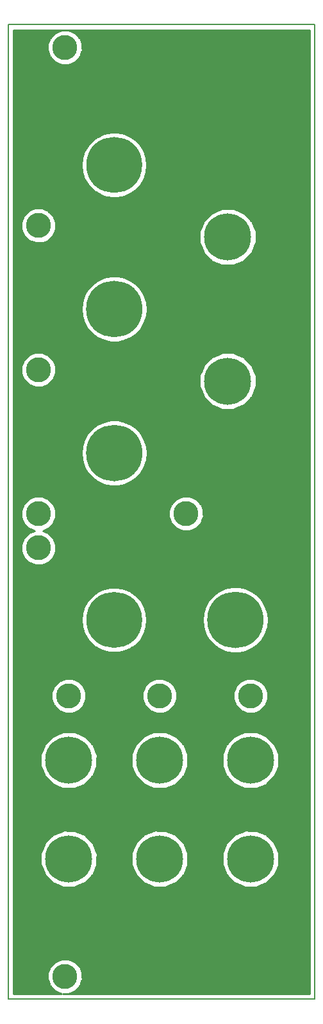
<source format=gbr>
%TF.GenerationSoftware,KiCad,Pcbnew,(5.0.1)-3*%
%TF.CreationDate,2019-04-27T14:44:02+01:00*%
%TF.ProjectId,Fractional clock divider panel,4672616374696F6E616C20636C6F636B,rev?*%
%TF.SameCoordinates,Original*%
%TF.FileFunction,Copper,L1,Top,Signal*%
%TF.FilePolarity,Positive*%
%FSLAX46Y46*%
G04 Gerber Fmt 4.6, Leading zero omitted, Abs format (unit mm)*
G04 Created by KiCad (PCBNEW (5.0.1)-3) date 27/04/2019 14:44:02*
%MOMM*%
%LPD*%
G01*
G04 APERTURE LIST*
%ADD10C,0.150000*%
%ADD11C,6.200000*%
%ADD12C,7.200000*%
%ADD13C,3.300000*%
%ADD14C,0.254000*%
G04 APERTURE END LIST*
D10*
X51640055Y-94500000D02*
G75*
G03X51640055Y-94500000I-3640055J0D01*
G01*
X35605551Y-94500000D02*
G75*
G03X35605551Y-94500000I-3605551J0D01*
G01*
X35640055Y-72500000D02*
G75*
G03X35640055Y-72500000I-3640055J0D01*
G01*
X35640055Y-53500000D02*
G75*
G03X35640055Y-53500000I-3640055J0D01*
G01*
X35605551Y-34500000D02*
G75*
G03X35605551Y-34500000I-3605551J0D01*
G01*
X18000000Y-144500000D02*
X18000000Y-16000000D01*
X58500000Y-144500000D02*
X18000000Y-144500000D01*
X18000000Y-16000000D02*
X58500000Y-16000000D01*
X58500000Y-16000000D02*
X58500000Y-144500000D01*
D11*
X47000000Y-63000000D03*
X47000000Y-44000000D03*
D12*
X48000000Y-94500000D03*
X32000000Y-94500000D03*
X32000000Y-72500000D03*
X32000000Y-53500000D03*
X32000000Y-34500000D03*
D13*
X22000000Y-61500000D03*
D11*
X38000000Y-126000000D03*
X38000000Y-113000000D03*
X50000000Y-113000000D03*
X50000000Y-126000000D03*
X26000000Y-126000000D03*
X26000000Y-113000000D03*
D13*
X26000000Y-104500000D03*
X25500000Y-19000000D03*
X25500000Y-141500000D03*
X22000000Y-85000000D03*
X22000000Y-80500000D03*
X50000000Y-104500000D03*
X22000000Y-42500000D03*
X38000000Y-104500000D03*
X41500000Y-80500000D03*
D14*
G36*
X25482565Y-16715000D02*
X25045485Y-16715000D01*
X25028756Y-16721930D01*
X25010650Y-16722206D01*
X24235379Y-17043334D01*
X24230443Y-17052601D01*
X24205651Y-17062870D01*
X23562870Y-17705651D01*
X23552601Y-17730443D01*
X23543334Y-17735379D01*
X23382272Y-18141653D01*
X23215000Y-18545485D01*
X23215000Y-18563594D01*
X23208327Y-18580426D01*
X23215000Y-19017435D01*
X23215000Y-19454515D01*
X23221930Y-19471244D01*
X23222206Y-19489350D01*
X23543334Y-20264621D01*
X23552601Y-20269557D01*
X23562870Y-20294349D01*
X24205651Y-20937130D01*
X24230443Y-20947399D01*
X24235379Y-20956666D01*
X24641653Y-21117728D01*
X25045485Y-21285000D01*
X25063594Y-21285000D01*
X25080426Y-21291673D01*
X25517435Y-21285000D01*
X25954515Y-21285000D01*
X25971244Y-21278070D01*
X25989350Y-21277794D01*
X26764621Y-20956666D01*
X26769557Y-20947399D01*
X26794349Y-20937130D01*
X27437130Y-20294349D01*
X27447399Y-20269557D01*
X27456666Y-20264621D01*
X27617728Y-19858347D01*
X27785000Y-19454515D01*
X27785000Y-19436406D01*
X27791673Y-19419574D01*
X27785000Y-18982565D01*
X27785000Y-18545485D01*
X27778070Y-18528756D01*
X27777794Y-18510650D01*
X27456666Y-17735379D01*
X27447399Y-17730443D01*
X27437130Y-17705651D01*
X26794349Y-17062870D01*
X26769557Y-17052601D01*
X26764621Y-17043334D01*
X26358347Y-16882272D01*
X25954515Y-16715000D01*
X25936406Y-16715000D01*
X25923794Y-16710000D01*
X57790000Y-16710000D01*
X57790001Y-143790000D01*
X25189989Y-143790000D01*
X25517435Y-143785000D01*
X25954515Y-143785000D01*
X25971244Y-143778070D01*
X25989350Y-143777794D01*
X26764621Y-143456666D01*
X26769557Y-143447399D01*
X26794349Y-143437130D01*
X27437130Y-142794349D01*
X27447399Y-142769557D01*
X27456666Y-142764621D01*
X27617728Y-142358347D01*
X27785000Y-141954515D01*
X27785000Y-141936406D01*
X27791673Y-141919574D01*
X27785000Y-141482565D01*
X27785000Y-141045485D01*
X27778070Y-141028756D01*
X27777794Y-141010650D01*
X27456666Y-140235379D01*
X27447399Y-140230443D01*
X27437130Y-140205651D01*
X26794349Y-139562870D01*
X26769557Y-139552601D01*
X26764621Y-139543334D01*
X26358347Y-139382272D01*
X25954515Y-139215000D01*
X25936406Y-139215000D01*
X25919574Y-139208327D01*
X25482565Y-139215000D01*
X25045485Y-139215000D01*
X25028756Y-139221930D01*
X25010650Y-139222206D01*
X24235379Y-139543334D01*
X24230443Y-139552601D01*
X24205651Y-139562870D01*
X23562870Y-140205651D01*
X23552601Y-140230443D01*
X23543334Y-140235379D01*
X23382272Y-140641653D01*
X23215000Y-141045485D01*
X23215000Y-141063594D01*
X23208327Y-141080426D01*
X23215000Y-141517435D01*
X23215000Y-141954515D01*
X23221930Y-141971244D01*
X23222206Y-141989350D01*
X23543334Y-142764621D01*
X23552601Y-142769557D01*
X23562870Y-142794349D01*
X24205651Y-143437130D01*
X24230443Y-143447399D01*
X24235379Y-143456666D01*
X24641653Y-143617728D01*
X25045485Y-143785000D01*
X25063594Y-143785000D01*
X25076206Y-143790000D01*
X18710000Y-143790000D01*
X18710000Y-126720835D01*
X22260671Y-126720835D01*
X22265000Y-126731463D01*
X22265000Y-126742938D01*
X22545061Y-127419065D01*
X22821162Y-128096944D01*
X22833490Y-128115394D01*
X22833620Y-128115708D01*
X22833860Y-128115948D01*
X22846188Y-128134398D01*
X22868982Y-128151070D01*
X23848930Y-129131018D01*
X23865602Y-129153812D01*
X23876178Y-129158266D01*
X23884292Y-129166380D01*
X24560425Y-129446444D01*
X25234985Y-129730541D01*
X25246461Y-129730609D01*
X25257062Y-129735000D01*
X25988900Y-129735000D01*
X26720835Y-129739329D01*
X26731463Y-129735000D01*
X26742938Y-129735000D01*
X27419065Y-129454939D01*
X28096944Y-129178838D01*
X28115394Y-129166510D01*
X28115708Y-129166380D01*
X28115948Y-129166140D01*
X28134398Y-129153812D01*
X28151070Y-129131018D01*
X29131018Y-128151070D01*
X29153812Y-128134398D01*
X29158266Y-128123822D01*
X29166380Y-128115708D01*
X29446444Y-127439575D01*
X29730541Y-126765015D01*
X29730609Y-126753539D01*
X29735000Y-126742938D01*
X29735000Y-126720835D01*
X34260671Y-126720835D01*
X34265000Y-126731463D01*
X34265000Y-126742938D01*
X34545061Y-127419065D01*
X34821162Y-128096944D01*
X34833490Y-128115394D01*
X34833620Y-128115708D01*
X34833860Y-128115948D01*
X34846188Y-128134398D01*
X34868982Y-128151070D01*
X35848930Y-129131018D01*
X35865602Y-129153812D01*
X35876178Y-129158266D01*
X35884292Y-129166380D01*
X36560425Y-129446444D01*
X37234985Y-129730541D01*
X37246461Y-129730609D01*
X37257062Y-129735000D01*
X37988900Y-129735000D01*
X38720835Y-129739329D01*
X38731463Y-129735000D01*
X38742938Y-129735000D01*
X39419065Y-129454939D01*
X40096944Y-129178838D01*
X40115394Y-129166510D01*
X40115708Y-129166380D01*
X40115948Y-129166140D01*
X40134398Y-129153812D01*
X40151070Y-129131018D01*
X41131018Y-128151070D01*
X41153812Y-128134398D01*
X41158266Y-128123822D01*
X41166380Y-128115708D01*
X41446444Y-127439575D01*
X41730541Y-126765015D01*
X41730609Y-126753539D01*
X41735000Y-126742938D01*
X41735000Y-126720835D01*
X46260671Y-126720835D01*
X46265000Y-126731463D01*
X46265000Y-126742938D01*
X46545061Y-127419065D01*
X46821162Y-128096944D01*
X46833490Y-128115394D01*
X46833620Y-128115708D01*
X46833860Y-128115948D01*
X46846188Y-128134398D01*
X46868982Y-128151070D01*
X47848930Y-129131018D01*
X47865602Y-129153812D01*
X47876178Y-129158266D01*
X47884292Y-129166380D01*
X48560425Y-129446444D01*
X49234985Y-129730541D01*
X49246461Y-129730609D01*
X49257062Y-129735000D01*
X49988900Y-129735000D01*
X50720835Y-129739329D01*
X50731463Y-129735000D01*
X50742938Y-129735000D01*
X51419065Y-129454939D01*
X52096944Y-129178838D01*
X52115394Y-129166510D01*
X52115708Y-129166380D01*
X52115948Y-129166140D01*
X52134398Y-129153812D01*
X52151070Y-129131018D01*
X53131018Y-128151070D01*
X53153812Y-128134398D01*
X53158266Y-128123822D01*
X53166380Y-128115708D01*
X53446444Y-127439575D01*
X53730541Y-126765015D01*
X53730609Y-126753539D01*
X53735000Y-126742938D01*
X53735000Y-126011100D01*
X53739329Y-125279165D01*
X53735000Y-125268537D01*
X53735000Y-125257062D01*
X53454939Y-124580935D01*
X53178838Y-123903056D01*
X53166510Y-123884606D01*
X53166380Y-123884292D01*
X53166140Y-123884052D01*
X53153812Y-123865602D01*
X53131018Y-123848930D01*
X52151070Y-122868982D01*
X52134398Y-122846188D01*
X52123822Y-122841734D01*
X52115708Y-122833620D01*
X51439575Y-122553556D01*
X50765015Y-122269459D01*
X50753539Y-122269391D01*
X50742938Y-122265000D01*
X50011100Y-122265000D01*
X49279165Y-122260671D01*
X49268537Y-122265000D01*
X49257062Y-122265000D01*
X48580935Y-122545061D01*
X47903056Y-122821162D01*
X47884606Y-122833490D01*
X47884292Y-122833620D01*
X47884052Y-122833860D01*
X47865602Y-122846188D01*
X47848930Y-122868982D01*
X46868982Y-123848930D01*
X46846188Y-123865602D01*
X46841734Y-123876178D01*
X46833620Y-123884292D01*
X46553556Y-124560425D01*
X46269459Y-125234985D01*
X46269391Y-125246461D01*
X46265000Y-125257062D01*
X46265000Y-125988900D01*
X46260671Y-126720835D01*
X41735000Y-126720835D01*
X41735000Y-126011100D01*
X41739329Y-125279165D01*
X41735000Y-125268537D01*
X41735000Y-125257062D01*
X41454939Y-124580935D01*
X41178838Y-123903056D01*
X41166510Y-123884606D01*
X41166380Y-123884292D01*
X41166140Y-123884052D01*
X41153812Y-123865602D01*
X41131018Y-123848930D01*
X40151070Y-122868982D01*
X40134398Y-122846188D01*
X40123822Y-122841734D01*
X40115708Y-122833620D01*
X39439575Y-122553556D01*
X38765015Y-122269459D01*
X38753539Y-122269391D01*
X38742938Y-122265000D01*
X38011100Y-122265000D01*
X37279165Y-122260671D01*
X37268537Y-122265000D01*
X37257062Y-122265000D01*
X36580935Y-122545061D01*
X35903056Y-122821162D01*
X35884606Y-122833490D01*
X35884292Y-122833620D01*
X35884052Y-122833860D01*
X35865602Y-122846188D01*
X35848930Y-122868982D01*
X34868982Y-123848930D01*
X34846188Y-123865602D01*
X34841734Y-123876178D01*
X34833620Y-123884292D01*
X34553556Y-124560425D01*
X34269459Y-125234985D01*
X34269391Y-125246461D01*
X34265000Y-125257062D01*
X34265000Y-125988900D01*
X34260671Y-126720835D01*
X29735000Y-126720835D01*
X29735000Y-126011100D01*
X29739329Y-125279165D01*
X29735000Y-125268537D01*
X29735000Y-125257062D01*
X29454939Y-124580935D01*
X29178838Y-123903056D01*
X29166510Y-123884606D01*
X29166380Y-123884292D01*
X29166140Y-123884052D01*
X29153812Y-123865602D01*
X29131018Y-123848930D01*
X28151070Y-122868982D01*
X28134398Y-122846188D01*
X28123822Y-122841734D01*
X28115708Y-122833620D01*
X27439575Y-122553556D01*
X26765015Y-122269459D01*
X26753539Y-122269391D01*
X26742938Y-122265000D01*
X26011100Y-122265000D01*
X25279165Y-122260671D01*
X25268537Y-122265000D01*
X25257062Y-122265000D01*
X24580935Y-122545061D01*
X23903056Y-122821162D01*
X23884606Y-122833490D01*
X23884292Y-122833620D01*
X23884052Y-122833860D01*
X23865602Y-122846188D01*
X23848930Y-122868982D01*
X22868982Y-123848930D01*
X22846188Y-123865602D01*
X22841734Y-123876178D01*
X22833620Y-123884292D01*
X22553556Y-124560425D01*
X22269459Y-125234985D01*
X22269391Y-125246461D01*
X22265000Y-125257062D01*
X22265000Y-125988900D01*
X22260671Y-126720835D01*
X18710000Y-126720835D01*
X18710000Y-113720835D01*
X22260671Y-113720835D01*
X22265000Y-113731463D01*
X22265000Y-113742938D01*
X22545061Y-114419065D01*
X22821162Y-115096944D01*
X22833490Y-115115394D01*
X22833620Y-115115708D01*
X22833860Y-115115948D01*
X22846188Y-115134398D01*
X22868982Y-115151070D01*
X23848930Y-116131018D01*
X23865602Y-116153812D01*
X23876178Y-116158266D01*
X23884292Y-116166380D01*
X24560425Y-116446444D01*
X25234985Y-116730541D01*
X25246461Y-116730609D01*
X25257062Y-116735000D01*
X25988900Y-116735000D01*
X26720835Y-116739329D01*
X26731463Y-116735000D01*
X26742938Y-116735000D01*
X27419065Y-116454939D01*
X28096944Y-116178838D01*
X28115394Y-116166510D01*
X28115708Y-116166380D01*
X28115948Y-116166140D01*
X28134398Y-116153812D01*
X28151070Y-116131018D01*
X29131018Y-115151070D01*
X29153812Y-115134398D01*
X29158266Y-115123822D01*
X29166380Y-115115708D01*
X29446444Y-114439575D01*
X29730541Y-113765015D01*
X29730609Y-113753539D01*
X29735000Y-113742938D01*
X29735000Y-113720835D01*
X34260671Y-113720835D01*
X34265000Y-113731463D01*
X34265000Y-113742938D01*
X34545061Y-114419065D01*
X34821162Y-115096944D01*
X34833490Y-115115394D01*
X34833620Y-115115708D01*
X34833860Y-115115948D01*
X34846188Y-115134398D01*
X34868982Y-115151070D01*
X35848930Y-116131018D01*
X35865602Y-116153812D01*
X35876178Y-116158266D01*
X35884292Y-116166380D01*
X36560425Y-116446444D01*
X37234985Y-116730541D01*
X37246461Y-116730609D01*
X37257062Y-116735000D01*
X37988900Y-116735000D01*
X38720835Y-116739329D01*
X38731463Y-116735000D01*
X38742938Y-116735000D01*
X39419065Y-116454939D01*
X40096944Y-116178838D01*
X40115394Y-116166510D01*
X40115708Y-116166380D01*
X40115948Y-116166140D01*
X40134398Y-116153812D01*
X40151070Y-116131018D01*
X41131018Y-115151070D01*
X41153812Y-115134398D01*
X41158266Y-115123822D01*
X41166380Y-115115708D01*
X41446444Y-114439575D01*
X41730541Y-113765015D01*
X41730609Y-113753539D01*
X41735000Y-113742938D01*
X41735000Y-113720835D01*
X46260671Y-113720835D01*
X46265000Y-113731463D01*
X46265000Y-113742938D01*
X46545061Y-114419065D01*
X46821162Y-115096944D01*
X46833490Y-115115394D01*
X46833620Y-115115708D01*
X46833860Y-115115948D01*
X46846188Y-115134398D01*
X46868982Y-115151070D01*
X47848930Y-116131018D01*
X47865602Y-116153812D01*
X47876178Y-116158266D01*
X47884292Y-116166380D01*
X48560425Y-116446444D01*
X49234985Y-116730541D01*
X49246461Y-116730609D01*
X49257062Y-116735000D01*
X49988900Y-116735000D01*
X50720835Y-116739329D01*
X50731463Y-116735000D01*
X50742938Y-116735000D01*
X51419065Y-116454939D01*
X52096944Y-116178838D01*
X52115394Y-116166510D01*
X52115708Y-116166380D01*
X52115948Y-116166140D01*
X52134398Y-116153812D01*
X52151070Y-116131018D01*
X53131018Y-115151070D01*
X53153812Y-115134398D01*
X53158266Y-115123822D01*
X53166380Y-115115708D01*
X53446444Y-114439575D01*
X53730541Y-113765015D01*
X53730609Y-113753539D01*
X53735000Y-113742938D01*
X53735000Y-113011100D01*
X53739329Y-112279165D01*
X53735000Y-112268537D01*
X53735000Y-112257062D01*
X53454939Y-111580935D01*
X53178838Y-110903056D01*
X53166510Y-110884606D01*
X53166380Y-110884292D01*
X53166140Y-110884052D01*
X53153812Y-110865602D01*
X53131018Y-110848930D01*
X52151070Y-109868982D01*
X52134398Y-109846188D01*
X52123822Y-109841734D01*
X52115708Y-109833620D01*
X51439575Y-109553556D01*
X50765015Y-109269459D01*
X50753539Y-109269391D01*
X50742938Y-109265000D01*
X50011100Y-109265000D01*
X49279165Y-109260671D01*
X49268537Y-109265000D01*
X49257062Y-109265000D01*
X48580935Y-109545061D01*
X47903056Y-109821162D01*
X47884606Y-109833490D01*
X47884292Y-109833620D01*
X47884052Y-109833860D01*
X47865602Y-109846188D01*
X47848930Y-109868982D01*
X46868982Y-110848930D01*
X46846188Y-110865602D01*
X46841734Y-110876178D01*
X46833620Y-110884292D01*
X46553556Y-111560425D01*
X46269459Y-112234985D01*
X46269391Y-112246461D01*
X46265000Y-112257062D01*
X46265000Y-112988900D01*
X46260671Y-113720835D01*
X41735000Y-113720835D01*
X41735000Y-113011100D01*
X41739329Y-112279165D01*
X41735000Y-112268537D01*
X41735000Y-112257062D01*
X41454939Y-111580935D01*
X41178838Y-110903056D01*
X41166510Y-110884606D01*
X41166380Y-110884292D01*
X41166140Y-110884052D01*
X41153812Y-110865602D01*
X41131018Y-110848930D01*
X40151070Y-109868982D01*
X40134398Y-109846188D01*
X40123822Y-109841734D01*
X40115708Y-109833620D01*
X39439575Y-109553556D01*
X38765015Y-109269459D01*
X38753539Y-109269391D01*
X38742938Y-109265000D01*
X38011100Y-109265000D01*
X37279165Y-109260671D01*
X37268537Y-109265000D01*
X37257062Y-109265000D01*
X36580935Y-109545061D01*
X35903056Y-109821162D01*
X35884606Y-109833490D01*
X35884292Y-109833620D01*
X35884052Y-109833860D01*
X35865602Y-109846188D01*
X35848930Y-109868982D01*
X34868982Y-110848930D01*
X34846188Y-110865602D01*
X34841734Y-110876178D01*
X34833620Y-110884292D01*
X34553556Y-111560425D01*
X34269459Y-112234985D01*
X34269391Y-112246461D01*
X34265000Y-112257062D01*
X34265000Y-112988900D01*
X34260671Y-113720835D01*
X29735000Y-113720835D01*
X29735000Y-113011100D01*
X29739329Y-112279165D01*
X29735000Y-112268537D01*
X29735000Y-112257062D01*
X29454939Y-111580935D01*
X29178838Y-110903056D01*
X29166510Y-110884606D01*
X29166380Y-110884292D01*
X29166140Y-110884052D01*
X29153812Y-110865602D01*
X29131018Y-110848930D01*
X28151070Y-109868982D01*
X28134398Y-109846188D01*
X28123822Y-109841734D01*
X28115708Y-109833620D01*
X27439575Y-109553556D01*
X26765015Y-109269459D01*
X26753539Y-109269391D01*
X26742938Y-109265000D01*
X26011100Y-109265000D01*
X25279165Y-109260671D01*
X25268537Y-109265000D01*
X25257062Y-109265000D01*
X24580935Y-109545061D01*
X23903056Y-109821162D01*
X23884606Y-109833490D01*
X23884292Y-109833620D01*
X23884052Y-109833860D01*
X23865602Y-109846188D01*
X23848930Y-109868982D01*
X22868982Y-110848930D01*
X22846188Y-110865602D01*
X22841734Y-110876178D01*
X22833620Y-110884292D01*
X22553556Y-111560425D01*
X22269459Y-112234985D01*
X22269391Y-112246461D01*
X22265000Y-112257062D01*
X22265000Y-112988900D01*
X22260671Y-113720835D01*
X18710000Y-113720835D01*
X18710000Y-104080426D01*
X23708327Y-104080426D01*
X23715000Y-104517435D01*
X23715000Y-104954515D01*
X23721930Y-104971244D01*
X23722206Y-104989350D01*
X24043334Y-105764621D01*
X24052601Y-105769557D01*
X24062870Y-105794349D01*
X24705651Y-106437130D01*
X24730443Y-106447399D01*
X24735379Y-106456666D01*
X25141653Y-106617728D01*
X25545485Y-106785000D01*
X25563594Y-106785000D01*
X25580426Y-106791673D01*
X26017435Y-106785000D01*
X26454515Y-106785000D01*
X26471244Y-106778070D01*
X26489350Y-106777794D01*
X27264621Y-106456666D01*
X27269557Y-106447399D01*
X27294349Y-106437130D01*
X27937130Y-105794349D01*
X27947399Y-105769557D01*
X27956666Y-105764621D01*
X28117728Y-105358347D01*
X28285000Y-104954515D01*
X28285000Y-104936406D01*
X28291673Y-104919574D01*
X28285000Y-104482565D01*
X28285000Y-104080426D01*
X35708327Y-104080426D01*
X35715000Y-104517435D01*
X35715000Y-104954515D01*
X35721930Y-104971244D01*
X35722206Y-104989350D01*
X36043334Y-105764621D01*
X36052601Y-105769557D01*
X36062870Y-105794349D01*
X36705651Y-106437130D01*
X36730443Y-106447399D01*
X36735379Y-106456666D01*
X37141653Y-106617728D01*
X37545485Y-106785000D01*
X37563594Y-106785000D01*
X37580426Y-106791673D01*
X38017435Y-106785000D01*
X38454515Y-106785000D01*
X38471244Y-106778070D01*
X38489350Y-106777794D01*
X39264621Y-106456666D01*
X39269557Y-106447399D01*
X39294349Y-106437130D01*
X39937130Y-105794349D01*
X39947399Y-105769557D01*
X39956666Y-105764621D01*
X40117728Y-105358347D01*
X40285000Y-104954515D01*
X40285000Y-104936406D01*
X40291673Y-104919574D01*
X40285000Y-104482565D01*
X40285000Y-104080426D01*
X47708327Y-104080426D01*
X47715000Y-104517435D01*
X47715000Y-104954515D01*
X47721930Y-104971244D01*
X47722206Y-104989350D01*
X48043334Y-105764621D01*
X48052601Y-105769557D01*
X48062870Y-105794349D01*
X48705651Y-106437130D01*
X48730443Y-106447399D01*
X48735379Y-106456666D01*
X49141653Y-106617728D01*
X49545485Y-106785000D01*
X49563594Y-106785000D01*
X49580426Y-106791673D01*
X50017435Y-106785000D01*
X50454515Y-106785000D01*
X50471244Y-106778070D01*
X50489350Y-106777794D01*
X51264621Y-106456666D01*
X51269557Y-106447399D01*
X51294349Y-106437130D01*
X51937130Y-105794349D01*
X51947399Y-105769557D01*
X51956666Y-105764621D01*
X52117728Y-105358347D01*
X52285000Y-104954515D01*
X52285000Y-104936406D01*
X52291673Y-104919574D01*
X52285000Y-104482565D01*
X52285000Y-104045485D01*
X52278070Y-104028756D01*
X52277794Y-104010650D01*
X51956666Y-103235379D01*
X51947399Y-103230443D01*
X51937130Y-103205651D01*
X51294349Y-102562870D01*
X51269557Y-102552601D01*
X51264621Y-102543334D01*
X50858347Y-102382272D01*
X50454515Y-102215000D01*
X50436406Y-102215000D01*
X50419574Y-102208327D01*
X49982565Y-102215000D01*
X49545485Y-102215000D01*
X49528756Y-102221930D01*
X49510650Y-102222206D01*
X48735379Y-102543334D01*
X48730443Y-102552601D01*
X48705651Y-102562870D01*
X48062870Y-103205651D01*
X48052601Y-103230443D01*
X48043334Y-103235379D01*
X47882272Y-103641653D01*
X47715000Y-104045485D01*
X47715000Y-104063594D01*
X47708327Y-104080426D01*
X40285000Y-104080426D01*
X40285000Y-104045485D01*
X40278070Y-104028756D01*
X40277794Y-104010650D01*
X39956666Y-103235379D01*
X39947399Y-103230443D01*
X39937130Y-103205651D01*
X39294349Y-102562870D01*
X39269557Y-102552601D01*
X39264621Y-102543334D01*
X38858347Y-102382272D01*
X38454515Y-102215000D01*
X38436406Y-102215000D01*
X38419574Y-102208327D01*
X37982565Y-102215000D01*
X37545485Y-102215000D01*
X37528756Y-102221930D01*
X37510650Y-102222206D01*
X36735379Y-102543334D01*
X36730443Y-102552601D01*
X36705651Y-102562870D01*
X36062870Y-103205651D01*
X36052601Y-103230443D01*
X36043334Y-103235379D01*
X35882272Y-103641653D01*
X35715000Y-104045485D01*
X35715000Y-104063594D01*
X35708327Y-104080426D01*
X28285000Y-104080426D01*
X28285000Y-104045485D01*
X28278070Y-104028756D01*
X28277794Y-104010650D01*
X27956666Y-103235379D01*
X27947399Y-103230443D01*
X27937130Y-103205651D01*
X27294349Y-102562870D01*
X27269557Y-102552601D01*
X27264621Y-102543334D01*
X26858347Y-102382272D01*
X26454515Y-102215000D01*
X26436406Y-102215000D01*
X26419574Y-102208327D01*
X25982565Y-102215000D01*
X25545485Y-102215000D01*
X25528756Y-102221930D01*
X25510650Y-102222206D01*
X24735379Y-102543334D01*
X24730443Y-102552601D01*
X24705651Y-102562870D01*
X24062870Y-103205651D01*
X24052601Y-103230443D01*
X24043334Y-103235379D01*
X23882272Y-103641653D01*
X23715000Y-104045485D01*
X23715000Y-104063594D01*
X23708327Y-104080426D01*
X18710000Y-104080426D01*
X18710000Y-94500000D01*
X27664449Y-94500000D01*
X27759191Y-95401412D01*
X28039277Y-96263427D01*
X28492466Y-97048373D01*
X29098950Y-97721942D01*
X29556406Y-98054303D01*
X29565805Y-98066447D01*
X29583478Y-98073972D01*
X29588230Y-98077425D01*
X29601065Y-98090260D01*
X29612303Y-98094915D01*
X29832224Y-98254697D01*
X30660241Y-98623354D01*
X31086457Y-98713949D01*
X31115917Y-98726493D01*
X31137584Y-98726707D01*
X31157606Y-98735000D01*
X31185495Y-98735000D01*
X31546812Y-98811800D01*
X32453188Y-98811800D01*
X32777493Y-98742867D01*
X32800623Y-98743095D01*
X32820724Y-98735000D01*
X32842394Y-98735000D01*
X32871791Y-98722823D01*
X33339759Y-98623354D01*
X34167776Y-98254697D01*
X34359782Y-98115197D01*
X34363441Y-98113723D01*
X34397938Y-98090673D01*
X34398935Y-98090260D01*
X34399698Y-98089497D01*
X34434195Y-98066447D01*
X34443594Y-98054303D01*
X34901050Y-97721942D01*
X35507534Y-97048373D01*
X35960723Y-96263427D01*
X36240809Y-95401412D01*
X36335551Y-94500000D01*
X43629945Y-94500000D01*
X43725441Y-95408586D01*
X44007756Y-96277462D01*
X44464551Y-97068654D01*
X45075862Y-97747584D01*
X45814972Y-98284579D01*
X46649579Y-98656169D01*
X47543205Y-98846115D01*
X48456795Y-98846115D01*
X49350421Y-98656169D01*
X50185028Y-98284579D01*
X50924138Y-97747584D01*
X51535449Y-97068654D01*
X51992244Y-96277462D01*
X52274559Y-95408586D01*
X52370055Y-94500000D01*
X52274559Y-93591414D01*
X51992244Y-92722538D01*
X51535449Y-91931346D01*
X50924138Y-91252416D01*
X50185028Y-90715421D01*
X49350421Y-90343831D01*
X48456795Y-90153885D01*
X47543205Y-90153885D01*
X46649579Y-90343831D01*
X45814973Y-90715421D01*
X45075862Y-91252416D01*
X44464551Y-91931346D01*
X44007756Y-92722538D01*
X43725441Y-93591414D01*
X43629945Y-94500000D01*
X36335551Y-94500000D01*
X36240809Y-93598588D01*
X35960723Y-92736573D01*
X35507534Y-91951627D01*
X34901050Y-91278058D01*
X34443594Y-90945697D01*
X34434195Y-90933553D01*
X34416522Y-90926028D01*
X34411770Y-90922575D01*
X34398935Y-90909740D01*
X34387697Y-90905085D01*
X34167776Y-90745303D01*
X33339759Y-90376646D01*
X32913543Y-90286051D01*
X32884083Y-90273507D01*
X32862416Y-90273293D01*
X32842394Y-90265000D01*
X32814505Y-90265000D01*
X32453188Y-90188200D01*
X31546812Y-90188200D01*
X31222507Y-90257133D01*
X31199377Y-90256905D01*
X31179276Y-90265000D01*
X31157606Y-90265000D01*
X31128209Y-90277177D01*
X30660241Y-90376646D01*
X29832225Y-90745303D01*
X29640220Y-90884803D01*
X29636559Y-90886277D01*
X29602062Y-90909327D01*
X29601065Y-90909740D01*
X29600302Y-90910503D01*
X29565805Y-90933553D01*
X29556405Y-90945698D01*
X29098950Y-91278058D01*
X28492466Y-91951627D01*
X28039277Y-92736573D01*
X27759191Y-93598588D01*
X27664449Y-94500000D01*
X18710000Y-94500000D01*
X18710000Y-80080426D01*
X19708327Y-80080426D01*
X19715000Y-80517435D01*
X19715000Y-80954515D01*
X19721930Y-80971244D01*
X19722206Y-80989350D01*
X20043334Y-81764621D01*
X20052601Y-81769557D01*
X20062870Y-81794349D01*
X20705651Y-82437130D01*
X20730443Y-82447399D01*
X20735379Y-82456666D01*
X21141653Y-82617728D01*
X21452268Y-82746388D01*
X20735379Y-83043334D01*
X20730443Y-83052601D01*
X20705651Y-83062870D01*
X20062870Y-83705651D01*
X20052601Y-83730443D01*
X20043334Y-83735379D01*
X19882272Y-84141653D01*
X19715000Y-84545485D01*
X19715000Y-84563594D01*
X19708327Y-84580426D01*
X19715000Y-85017435D01*
X19715000Y-85454515D01*
X19721930Y-85471244D01*
X19722206Y-85489350D01*
X20043334Y-86264621D01*
X20052601Y-86269557D01*
X20062870Y-86294349D01*
X20705651Y-86937130D01*
X20730443Y-86947399D01*
X20735379Y-86956666D01*
X21141653Y-87117728D01*
X21545485Y-87285000D01*
X21563594Y-87285000D01*
X21580426Y-87291673D01*
X22017435Y-87285000D01*
X22454515Y-87285000D01*
X22471244Y-87278070D01*
X22489350Y-87277794D01*
X23264621Y-86956666D01*
X23269557Y-86947399D01*
X23294349Y-86937130D01*
X23937130Y-86294349D01*
X23947399Y-86269557D01*
X23956666Y-86264621D01*
X24117728Y-85858347D01*
X24285000Y-85454515D01*
X24285000Y-85436406D01*
X24291673Y-85419574D01*
X24285000Y-84982565D01*
X24285000Y-84545485D01*
X24278070Y-84528756D01*
X24277794Y-84510650D01*
X23956666Y-83735379D01*
X23947399Y-83730443D01*
X23937130Y-83705651D01*
X23294349Y-83062870D01*
X23269557Y-83052601D01*
X23264621Y-83043334D01*
X22858347Y-82882272D01*
X22547732Y-82753612D01*
X23264621Y-82456666D01*
X23269557Y-82447399D01*
X23294349Y-82437130D01*
X23937130Y-81794349D01*
X23947399Y-81769557D01*
X23956666Y-81764621D01*
X24117728Y-81358347D01*
X24285000Y-80954515D01*
X24285000Y-80936406D01*
X24291673Y-80919574D01*
X24285000Y-80482565D01*
X24285000Y-80080426D01*
X39208327Y-80080426D01*
X39215000Y-80517435D01*
X39215000Y-80954515D01*
X39221930Y-80971244D01*
X39222206Y-80989350D01*
X39543334Y-81764621D01*
X39552601Y-81769557D01*
X39562870Y-81794349D01*
X40205651Y-82437130D01*
X40230443Y-82447399D01*
X40235379Y-82456666D01*
X40641653Y-82617728D01*
X41045485Y-82785000D01*
X41063594Y-82785000D01*
X41080426Y-82791673D01*
X41517435Y-82785000D01*
X41954515Y-82785000D01*
X41971244Y-82778070D01*
X41989350Y-82777794D01*
X42764621Y-82456666D01*
X42769557Y-82447399D01*
X42794349Y-82437130D01*
X43437130Y-81794349D01*
X43447399Y-81769557D01*
X43456666Y-81764621D01*
X43617728Y-81358347D01*
X43785000Y-80954515D01*
X43785000Y-80936406D01*
X43791673Y-80919574D01*
X43785000Y-80482565D01*
X43785000Y-80045485D01*
X43778070Y-80028756D01*
X43777794Y-80010650D01*
X43456666Y-79235379D01*
X43447399Y-79230443D01*
X43437130Y-79205651D01*
X42794349Y-78562870D01*
X42769557Y-78552601D01*
X42764621Y-78543334D01*
X42358347Y-78382272D01*
X41954515Y-78215000D01*
X41936406Y-78215000D01*
X41919574Y-78208327D01*
X41482565Y-78215000D01*
X41045485Y-78215000D01*
X41028756Y-78221930D01*
X41010650Y-78222206D01*
X40235379Y-78543334D01*
X40230443Y-78552601D01*
X40205651Y-78562870D01*
X39562870Y-79205651D01*
X39552601Y-79230443D01*
X39543334Y-79235379D01*
X39382272Y-79641653D01*
X39215000Y-80045485D01*
X39215000Y-80063594D01*
X39208327Y-80080426D01*
X24285000Y-80080426D01*
X24285000Y-80045485D01*
X24278070Y-80028756D01*
X24277794Y-80010650D01*
X23956666Y-79235379D01*
X23947399Y-79230443D01*
X23937130Y-79205651D01*
X23294349Y-78562870D01*
X23269557Y-78552601D01*
X23264621Y-78543334D01*
X22858347Y-78382272D01*
X22454515Y-78215000D01*
X22436406Y-78215000D01*
X22419574Y-78208327D01*
X21982565Y-78215000D01*
X21545485Y-78215000D01*
X21528756Y-78221930D01*
X21510650Y-78222206D01*
X20735379Y-78543334D01*
X20730443Y-78552601D01*
X20705651Y-78562870D01*
X20062870Y-79205651D01*
X20052601Y-79230443D01*
X20043334Y-79235379D01*
X19882272Y-79641653D01*
X19715000Y-80045485D01*
X19715000Y-80063594D01*
X19708327Y-80080426D01*
X18710000Y-80080426D01*
X18710000Y-72500000D01*
X27629945Y-72500000D01*
X27725441Y-73408586D01*
X28007756Y-74277462D01*
X28464551Y-75068654D01*
X29075862Y-75747584D01*
X29814972Y-76284579D01*
X30649579Y-76656169D01*
X31543205Y-76846115D01*
X32456795Y-76846115D01*
X33350421Y-76656169D01*
X34185028Y-76284579D01*
X34924138Y-75747584D01*
X35535449Y-75068654D01*
X35992244Y-74277462D01*
X36274559Y-73408586D01*
X36370055Y-72500000D01*
X36274559Y-71591414D01*
X35992244Y-70722538D01*
X35535449Y-69931346D01*
X34924138Y-69252416D01*
X34185028Y-68715421D01*
X33350421Y-68343831D01*
X32456795Y-68153885D01*
X31543205Y-68153885D01*
X30649579Y-68343831D01*
X29814973Y-68715421D01*
X29075862Y-69252416D01*
X28464551Y-69931346D01*
X28007756Y-70722538D01*
X27725441Y-71591414D01*
X27629945Y-72500000D01*
X18710000Y-72500000D01*
X18710000Y-61080426D01*
X19708327Y-61080426D01*
X19715000Y-61517435D01*
X19715000Y-61954515D01*
X19721930Y-61971244D01*
X19722206Y-61989350D01*
X20043334Y-62764621D01*
X20052601Y-62769557D01*
X20062870Y-62794349D01*
X20705651Y-63437130D01*
X20730443Y-63447399D01*
X20735379Y-63456666D01*
X21141653Y-63617728D01*
X21545485Y-63785000D01*
X21563594Y-63785000D01*
X21580426Y-63791673D01*
X22017435Y-63785000D01*
X22454515Y-63785000D01*
X22471244Y-63778070D01*
X22489350Y-63777794D01*
X22626861Y-63720835D01*
X43260671Y-63720835D01*
X43265000Y-63731463D01*
X43265000Y-63742938D01*
X43545061Y-64419065D01*
X43821162Y-65096944D01*
X43833490Y-65115394D01*
X43833620Y-65115708D01*
X43833860Y-65115948D01*
X43846188Y-65134398D01*
X43868982Y-65151070D01*
X44848930Y-66131018D01*
X44865602Y-66153812D01*
X44876178Y-66158266D01*
X44884292Y-66166380D01*
X45560425Y-66446444D01*
X46234985Y-66730541D01*
X46246461Y-66730609D01*
X46257062Y-66735000D01*
X46988900Y-66735000D01*
X47720835Y-66739329D01*
X47731463Y-66735000D01*
X47742938Y-66735000D01*
X48419065Y-66454939D01*
X49096944Y-66178838D01*
X49115394Y-66166510D01*
X49115708Y-66166380D01*
X49115948Y-66166140D01*
X49134398Y-66153812D01*
X49151070Y-66131018D01*
X50131018Y-65151070D01*
X50153812Y-65134398D01*
X50158266Y-65123822D01*
X50166380Y-65115708D01*
X50446444Y-64439575D01*
X50730541Y-63765015D01*
X50730609Y-63753539D01*
X50735000Y-63742938D01*
X50735000Y-63011100D01*
X50739329Y-62279165D01*
X50735000Y-62268537D01*
X50735000Y-62257062D01*
X50454939Y-61580935D01*
X50178838Y-60903056D01*
X50166510Y-60884606D01*
X50166380Y-60884292D01*
X50166140Y-60884052D01*
X50153812Y-60865602D01*
X50131018Y-60848930D01*
X49151070Y-59868982D01*
X49134398Y-59846188D01*
X49123822Y-59841734D01*
X49115708Y-59833620D01*
X48439575Y-59553556D01*
X47765015Y-59269459D01*
X47753539Y-59269391D01*
X47742938Y-59265000D01*
X47011100Y-59265000D01*
X46279165Y-59260671D01*
X46268537Y-59265000D01*
X46257062Y-59265000D01*
X45580935Y-59545061D01*
X44903056Y-59821162D01*
X44884606Y-59833490D01*
X44884292Y-59833620D01*
X44884052Y-59833860D01*
X44865602Y-59846188D01*
X44848930Y-59868982D01*
X43868982Y-60848930D01*
X43846188Y-60865602D01*
X43841734Y-60876178D01*
X43833620Y-60884292D01*
X43553556Y-61560425D01*
X43269459Y-62234985D01*
X43269391Y-62246461D01*
X43265000Y-62257062D01*
X43265000Y-62988900D01*
X43260671Y-63720835D01*
X22626861Y-63720835D01*
X23264621Y-63456666D01*
X23269557Y-63447399D01*
X23294349Y-63437130D01*
X23937130Y-62794349D01*
X23947399Y-62769557D01*
X23956666Y-62764621D01*
X24117728Y-62358347D01*
X24285000Y-61954515D01*
X24285000Y-61936406D01*
X24291673Y-61919574D01*
X24285000Y-61482565D01*
X24285000Y-61045485D01*
X24278070Y-61028756D01*
X24277794Y-61010650D01*
X23956666Y-60235379D01*
X23947399Y-60230443D01*
X23937130Y-60205651D01*
X23294349Y-59562870D01*
X23269557Y-59552601D01*
X23264621Y-59543334D01*
X22858347Y-59382272D01*
X22454515Y-59215000D01*
X22436406Y-59215000D01*
X22419574Y-59208327D01*
X21982565Y-59215000D01*
X21545485Y-59215000D01*
X21528756Y-59221930D01*
X21510650Y-59222206D01*
X20735379Y-59543334D01*
X20730443Y-59552601D01*
X20705651Y-59562870D01*
X20062870Y-60205651D01*
X20052601Y-60230443D01*
X20043334Y-60235379D01*
X19882272Y-60641653D01*
X19715000Y-61045485D01*
X19715000Y-61063594D01*
X19708327Y-61080426D01*
X18710000Y-61080426D01*
X18710000Y-53500000D01*
X27629945Y-53500000D01*
X27725441Y-54408586D01*
X28007756Y-55277462D01*
X28464551Y-56068654D01*
X29075862Y-56747584D01*
X29814972Y-57284579D01*
X30649579Y-57656169D01*
X31543205Y-57846115D01*
X32456795Y-57846115D01*
X33350421Y-57656169D01*
X34185028Y-57284579D01*
X34924138Y-56747584D01*
X35535449Y-56068654D01*
X35992244Y-55277462D01*
X36274559Y-54408586D01*
X36370055Y-53500000D01*
X36274559Y-52591414D01*
X35992244Y-51722538D01*
X35535449Y-50931346D01*
X34924138Y-50252416D01*
X34185028Y-49715421D01*
X33350421Y-49343831D01*
X32456795Y-49153885D01*
X31543205Y-49153885D01*
X30649579Y-49343831D01*
X29814973Y-49715421D01*
X29075862Y-50252416D01*
X28464551Y-50931346D01*
X28007756Y-51722538D01*
X27725441Y-52591414D01*
X27629945Y-53500000D01*
X18710000Y-53500000D01*
X18710000Y-42080426D01*
X19708327Y-42080426D01*
X19715000Y-42517435D01*
X19715000Y-42954515D01*
X19721930Y-42971244D01*
X19722206Y-42989350D01*
X20043334Y-43764621D01*
X20052601Y-43769557D01*
X20062870Y-43794349D01*
X20705651Y-44437130D01*
X20730443Y-44447399D01*
X20735379Y-44456666D01*
X21141653Y-44617728D01*
X21545485Y-44785000D01*
X21563594Y-44785000D01*
X21580426Y-44791673D01*
X22017435Y-44785000D01*
X22454515Y-44785000D01*
X22471244Y-44778070D01*
X22489350Y-44777794D01*
X22626861Y-44720835D01*
X43260671Y-44720835D01*
X43265000Y-44731463D01*
X43265000Y-44742938D01*
X43545061Y-45419065D01*
X43821162Y-46096944D01*
X43833490Y-46115394D01*
X43833620Y-46115708D01*
X43833860Y-46115948D01*
X43846188Y-46134398D01*
X43868982Y-46151070D01*
X44848930Y-47131018D01*
X44865602Y-47153812D01*
X44876178Y-47158266D01*
X44884292Y-47166380D01*
X45560425Y-47446444D01*
X46234985Y-47730541D01*
X46246461Y-47730609D01*
X46257062Y-47735000D01*
X46988900Y-47735000D01*
X47720835Y-47739329D01*
X47731463Y-47735000D01*
X47742938Y-47735000D01*
X48419065Y-47454939D01*
X49096944Y-47178838D01*
X49115394Y-47166510D01*
X49115708Y-47166380D01*
X49115948Y-47166140D01*
X49134398Y-47153812D01*
X49151070Y-47131018D01*
X50131018Y-46151070D01*
X50153812Y-46134398D01*
X50158266Y-46123822D01*
X50166380Y-46115708D01*
X50446444Y-45439575D01*
X50730541Y-44765015D01*
X50730609Y-44753539D01*
X50735000Y-44742938D01*
X50735000Y-44011100D01*
X50739329Y-43279165D01*
X50735000Y-43268537D01*
X50735000Y-43257062D01*
X50454939Y-42580935D01*
X50178838Y-41903056D01*
X50166510Y-41884606D01*
X50166380Y-41884292D01*
X50166140Y-41884052D01*
X50153812Y-41865602D01*
X50131018Y-41848930D01*
X49151070Y-40868982D01*
X49134398Y-40846188D01*
X49123822Y-40841734D01*
X49115708Y-40833620D01*
X48439575Y-40553556D01*
X47765015Y-40269459D01*
X47753539Y-40269391D01*
X47742938Y-40265000D01*
X47011100Y-40265000D01*
X46279165Y-40260671D01*
X46268537Y-40265000D01*
X46257062Y-40265000D01*
X45580935Y-40545061D01*
X44903056Y-40821162D01*
X44884606Y-40833490D01*
X44884292Y-40833620D01*
X44884052Y-40833860D01*
X44865602Y-40846188D01*
X44848930Y-40868982D01*
X43868982Y-41848930D01*
X43846188Y-41865602D01*
X43841734Y-41876178D01*
X43833620Y-41884292D01*
X43553556Y-42560425D01*
X43269459Y-43234985D01*
X43269391Y-43246461D01*
X43265000Y-43257062D01*
X43265000Y-43988900D01*
X43260671Y-44720835D01*
X22626861Y-44720835D01*
X23264621Y-44456666D01*
X23269557Y-44447399D01*
X23294349Y-44437130D01*
X23937130Y-43794349D01*
X23947399Y-43769557D01*
X23956666Y-43764621D01*
X24117728Y-43358347D01*
X24285000Y-42954515D01*
X24285000Y-42936406D01*
X24291673Y-42919574D01*
X24285000Y-42482565D01*
X24285000Y-42045485D01*
X24278070Y-42028756D01*
X24277794Y-42010650D01*
X23956666Y-41235379D01*
X23947399Y-41230443D01*
X23937130Y-41205651D01*
X23294349Y-40562870D01*
X23269557Y-40552601D01*
X23264621Y-40543334D01*
X22858347Y-40382272D01*
X22454515Y-40215000D01*
X22436406Y-40215000D01*
X22419574Y-40208327D01*
X21982565Y-40215000D01*
X21545485Y-40215000D01*
X21528756Y-40221930D01*
X21510650Y-40222206D01*
X20735379Y-40543334D01*
X20730443Y-40552601D01*
X20705651Y-40562870D01*
X20062870Y-41205651D01*
X20052601Y-41230443D01*
X20043334Y-41235379D01*
X19882272Y-41641653D01*
X19715000Y-42045485D01*
X19715000Y-42063594D01*
X19708327Y-42080426D01*
X18710000Y-42080426D01*
X18710000Y-34500000D01*
X27664449Y-34500000D01*
X27759191Y-35401412D01*
X28039277Y-36263427D01*
X28492466Y-37048373D01*
X29098950Y-37721942D01*
X29556406Y-38054303D01*
X29565805Y-38066447D01*
X29583478Y-38073972D01*
X29588230Y-38077425D01*
X29601065Y-38090260D01*
X29612303Y-38094915D01*
X29832224Y-38254697D01*
X30660241Y-38623354D01*
X31086457Y-38713949D01*
X31115917Y-38726493D01*
X31137584Y-38726707D01*
X31157606Y-38735000D01*
X31185495Y-38735000D01*
X31546812Y-38811800D01*
X32453188Y-38811800D01*
X32777493Y-38742867D01*
X32800623Y-38743095D01*
X32820724Y-38735000D01*
X32842394Y-38735000D01*
X32871791Y-38722823D01*
X33339759Y-38623354D01*
X34167776Y-38254697D01*
X34359782Y-38115197D01*
X34363441Y-38113723D01*
X34397938Y-38090673D01*
X34398935Y-38090260D01*
X34399698Y-38089497D01*
X34434195Y-38066447D01*
X34443594Y-38054303D01*
X34901050Y-37721942D01*
X35507534Y-37048373D01*
X35960723Y-36263427D01*
X36240809Y-35401412D01*
X36335551Y-34500000D01*
X36240809Y-33598588D01*
X35960723Y-32736573D01*
X35507534Y-31951627D01*
X34901050Y-31278058D01*
X34443594Y-30945697D01*
X34434195Y-30933553D01*
X34416522Y-30926028D01*
X34411770Y-30922575D01*
X34398935Y-30909740D01*
X34387697Y-30905085D01*
X34167776Y-30745303D01*
X33339759Y-30376646D01*
X32913543Y-30286051D01*
X32884083Y-30273507D01*
X32862416Y-30273293D01*
X32842394Y-30265000D01*
X32814505Y-30265000D01*
X32453188Y-30188200D01*
X31546812Y-30188200D01*
X31222507Y-30257133D01*
X31199377Y-30256905D01*
X31179276Y-30265000D01*
X31157606Y-30265000D01*
X31128209Y-30277177D01*
X30660241Y-30376646D01*
X29832225Y-30745303D01*
X29640220Y-30884803D01*
X29636559Y-30886277D01*
X29602062Y-30909327D01*
X29601065Y-30909740D01*
X29600302Y-30910503D01*
X29565805Y-30933553D01*
X29556405Y-30945698D01*
X29098950Y-31278058D01*
X28492466Y-31951627D01*
X28039277Y-32736573D01*
X27759191Y-33598588D01*
X27664449Y-34500000D01*
X18710000Y-34500000D01*
X18710000Y-16710000D01*
X25810011Y-16710000D01*
X25482565Y-16715000D01*
X25482565Y-16715000D01*
G37*
X25482565Y-16715000D02*
X25045485Y-16715000D01*
X25028756Y-16721930D01*
X25010650Y-16722206D01*
X24235379Y-17043334D01*
X24230443Y-17052601D01*
X24205651Y-17062870D01*
X23562870Y-17705651D01*
X23552601Y-17730443D01*
X23543334Y-17735379D01*
X23382272Y-18141653D01*
X23215000Y-18545485D01*
X23215000Y-18563594D01*
X23208327Y-18580426D01*
X23215000Y-19017435D01*
X23215000Y-19454515D01*
X23221930Y-19471244D01*
X23222206Y-19489350D01*
X23543334Y-20264621D01*
X23552601Y-20269557D01*
X23562870Y-20294349D01*
X24205651Y-20937130D01*
X24230443Y-20947399D01*
X24235379Y-20956666D01*
X24641653Y-21117728D01*
X25045485Y-21285000D01*
X25063594Y-21285000D01*
X25080426Y-21291673D01*
X25517435Y-21285000D01*
X25954515Y-21285000D01*
X25971244Y-21278070D01*
X25989350Y-21277794D01*
X26764621Y-20956666D01*
X26769557Y-20947399D01*
X26794349Y-20937130D01*
X27437130Y-20294349D01*
X27447399Y-20269557D01*
X27456666Y-20264621D01*
X27617728Y-19858347D01*
X27785000Y-19454515D01*
X27785000Y-19436406D01*
X27791673Y-19419574D01*
X27785000Y-18982565D01*
X27785000Y-18545485D01*
X27778070Y-18528756D01*
X27777794Y-18510650D01*
X27456666Y-17735379D01*
X27447399Y-17730443D01*
X27437130Y-17705651D01*
X26794349Y-17062870D01*
X26769557Y-17052601D01*
X26764621Y-17043334D01*
X26358347Y-16882272D01*
X25954515Y-16715000D01*
X25936406Y-16715000D01*
X25923794Y-16710000D01*
X57790000Y-16710000D01*
X57790001Y-143790000D01*
X25189989Y-143790000D01*
X25517435Y-143785000D01*
X25954515Y-143785000D01*
X25971244Y-143778070D01*
X25989350Y-143777794D01*
X26764621Y-143456666D01*
X26769557Y-143447399D01*
X26794349Y-143437130D01*
X27437130Y-142794349D01*
X27447399Y-142769557D01*
X27456666Y-142764621D01*
X27617728Y-142358347D01*
X27785000Y-141954515D01*
X27785000Y-141936406D01*
X27791673Y-141919574D01*
X27785000Y-141482565D01*
X27785000Y-141045485D01*
X27778070Y-141028756D01*
X27777794Y-141010650D01*
X27456666Y-140235379D01*
X27447399Y-140230443D01*
X27437130Y-140205651D01*
X26794349Y-139562870D01*
X26769557Y-139552601D01*
X26764621Y-139543334D01*
X26358347Y-139382272D01*
X25954515Y-139215000D01*
X25936406Y-139215000D01*
X25919574Y-139208327D01*
X25482565Y-139215000D01*
X25045485Y-139215000D01*
X25028756Y-139221930D01*
X25010650Y-139222206D01*
X24235379Y-139543334D01*
X24230443Y-139552601D01*
X24205651Y-139562870D01*
X23562870Y-140205651D01*
X23552601Y-140230443D01*
X23543334Y-140235379D01*
X23382272Y-140641653D01*
X23215000Y-141045485D01*
X23215000Y-141063594D01*
X23208327Y-141080426D01*
X23215000Y-141517435D01*
X23215000Y-141954515D01*
X23221930Y-141971244D01*
X23222206Y-141989350D01*
X23543334Y-142764621D01*
X23552601Y-142769557D01*
X23562870Y-142794349D01*
X24205651Y-143437130D01*
X24230443Y-143447399D01*
X24235379Y-143456666D01*
X24641653Y-143617728D01*
X25045485Y-143785000D01*
X25063594Y-143785000D01*
X25076206Y-143790000D01*
X18710000Y-143790000D01*
X18710000Y-126720835D01*
X22260671Y-126720835D01*
X22265000Y-126731463D01*
X22265000Y-126742938D01*
X22545061Y-127419065D01*
X22821162Y-128096944D01*
X22833490Y-128115394D01*
X22833620Y-128115708D01*
X22833860Y-128115948D01*
X22846188Y-128134398D01*
X22868982Y-128151070D01*
X23848930Y-129131018D01*
X23865602Y-129153812D01*
X23876178Y-129158266D01*
X23884292Y-129166380D01*
X24560425Y-129446444D01*
X25234985Y-129730541D01*
X25246461Y-129730609D01*
X25257062Y-129735000D01*
X25988900Y-129735000D01*
X26720835Y-129739329D01*
X26731463Y-129735000D01*
X26742938Y-129735000D01*
X27419065Y-129454939D01*
X28096944Y-129178838D01*
X28115394Y-129166510D01*
X28115708Y-129166380D01*
X28115948Y-129166140D01*
X28134398Y-129153812D01*
X28151070Y-129131018D01*
X29131018Y-128151070D01*
X29153812Y-128134398D01*
X29158266Y-128123822D01*
X29166380Y-128115708D01*
X29446444Y-127439575D01*
X29730541Y-126765015D01*
X29730609Y-126753539D01*
X29735000Y-126742938D01*
X29735000Y-126720835D01*
X34260671Y-126720835D01*
X34265000Y-126731463D01*
X34265000Y-126742938D01*
X34545061Y-127419065D01*
X34821162Y-128096944D01*
X34833490Y-128115394D01*
X34833620Y-128115708D01*
X34833860Y-128115948D01*
X34846188Y-128134398D01*
X34868982Y-128151070D01*
X35848930Y-129131018D01*
X35865602Y-129153812D01*
X35876178Y-129158266D01*
X35884292Y-129166380D01*
X36560425Y-129446444D01*
X37234985Y-129730541D01*
X37246461Y-129730609D01*
X37257062Y-129735000D01*
X37988900Y-129735000D01*
X38720835Y-129739329D01*
X38731463Y-129735000D01*
X38742938Y-129735000D01*
X39419065Y-129454939D01*
X40096944Y-129178838D01*
X40115394Y-129166510D01*
X40115708Y-129166380D01*
X40115948Y-129166140D01*
X40134398Y-129153812D01*
X40151070Y-129131018D01*
X41131018Y-128151070D01*
X41153812Y-128134398D01*
X41158266Y-128123822D01*
X41166380Y-128115708D01*
X41446444Y-127439575D01*
X41730541Y-126765015D01*
X41730609Y-126753539D01*
X41735000Y-126742938D01*
X41735000Y-126720835D01*
X46260671Y-126720835D01*
X46265000Y-126731463D01*
X46265000Y-126742938D01*
X46545061Y-127419065D01*
X46821162Y-128096944D01*
X46833490Y-128115394D01*
X46833620Y-128115708D01*
X46833860Y-128115948D01*
X46846188Y-128134398D01*
X46868982Y-128151070D01*
X47848930Y-129131018D01*
X47865602Y-129153812D01*
X47876178Y-129158266D01*
X47884292Y-129166380D01*
X48560425Y-129446444D01*
X49234985Y-129730541D01*
X49246461Y-129730609D01*
X49257062Y-129735000D01*
X49988900Y-129735000D01*
X50720835Y-129739329D01*
X50731463Y-129735000D01*
X50742938Y-129735000D01*
X51419065Y-129454939D01*
X52096944Y-129178838D01*
X52115394Y-129166510D01*
X52115708Y-129166380D01*
X52115948Y-129166140D01*
X52134398Y-129153812D01*
X52151070Y-129131018D01*
X53131018Y-128151070D01*
X53153812Y-128134398D01*
X53158266Y-128123822D01*
X53166380Y-128115708D01*
X53446444Y-127439575D01*
X53730541Y-126765015D01*
X53730609Y-126753539D01*
X53735000Y-126742938D01*
X53735000Y-126011100D01*
X53739329Y-125279165D01*
X53735000Y-125268537D01*
X53735000Y-125257062D01*
X53454939Y-124580935D01*
X53178838Y-123903056D01*
X53166510Y-123884606D01*
X53166380Y-123884292D01*
X53166140Y-123884052D01*
X53153812Y-123865602D01*
X53131018Y-123848930D01*
X52151070Y-122868982D01*
X52134398Y-122846188D01*
X52123822Y-122841734D01*
X52115708Y-122833620D01*
X51439575Y-122553556D01*
X50765015Y-122269459D01*
X50753539Y-122269391D01*
X50742938Y-122265000D01*
X50011100Y-122265000D01*
X49279165Y-122260671D01*
X49268537Y-122265000D01*
X49257062Y-122265000D01*
X48580935Y-122545061D01*
X47903056Y-122821162D01*
X47884606Y-122833490D01*
X47884292Y-122833620D01*
X47884052Y-122833860D01*
X47865602Y-122846188D01*
X47848930Y-122868982D01*
X46868982Y-123848930D01*
X46846188Y-123865602D01*
X46841734Y-123876178D01*
X46833620Y-123884292D01*
X46553556Y-124560425D01*
X46269459Y-125234985D01*
X46269391Y-125246461D01*
X46265000Y-125257062D01*
X46265000Y-125988900D01*
X46260671Y-126720835D01*
X41735000Y-126720835D01*
X41735000Y-126011100D01*
X41739329Y-125279165D01*
X41735000Y-125268537D01*
X41735000Y-125257062D01*
X41454939Y-124580935D01*
X41178838Y-123903056D01*
X41166510Y-123884606D01*
X41166380Y-123884292D01*
X41166140Y-123884052D01*
X41153812Y-123865602D01*
X41131018Y-123848930D01*
X40151070Y-122868982D01*
X40134398Y-122846188D01*
X40123822Y-122841734D01*
X40115708Y-122833620D01*
X39439575Y-122553556D01*
X38765015Y-122269459D01*
X38753539Y-122269391D01*
X38742938Y-122265000D01*
X38011100Y-122265000D01*
X37279165Y-122260671D01*
X37268537Y-122265000D01*
X37257062Y-122265000D01*
X36580935Y-122545061D01*
X35903056Y-122821162D01*
X35884606Y-122833490D01*
X35884292Y-122833620D01*
X35884052Y-122833860D01*
X35865602Y-122846188D01*
X35848930Y-122868982D01*
X34868982Y-123848930D01*
X34846188Y-123865602D01*
X34841734Y-123876178D01*
X34833620Y-123884292D01*
X34553556Y-124560425D01*
X34269459Y-125234985D01*
X34269391Y-125246461D01*
X34265000Y-125257062D01*
X34265000Y-125988900D01*
X34260671Y-126720835D01*
X29735000Y-126720835D01*
X29735000Y-126011100D01*
X29739329Y-125279165D01*
X29735000Y-125268537D01*
X29735000Y-125257062D01*
X29454939Y-124580935D01*
X29178838Y-123903056D01*
X29166510Y-123884606D01*
X29166380Y-123884292D01*
X29166140Y-123884052D01*
X29153812Y-123865602D01*
X29131018Y-123848930D01*
X28151070Y-122868982D01*
X28134398Y-122846188D01*
X28123822Y-122841734D01*
X28115708Y-122833620D01*
X27439575Y-122553556D01*
X26765015Y-122269459D01*
X26753539Y-122269391D01*
X26742938Y-122265000D01*
X26011100Y-122265000D01*
X25279165Y-122260671D01*
X25268537Y-122265000D01*
X25257062Y-122265000D01*
X24580935Y-122545061D01*
X23903056Y-122821162D01*
X23884606Y-122833490D01*
X23884292Y-122833620D01*
X23884052Y-122833860D01*
X23865602Y-122846188D01*
X23848930Y-122868982D01*
X22868982Y-123848930D01*
X22846188Y-123865602D01*
X22841734Y-123876178D01*
X22833620Y-123884292D01*
X22553556Y-124560425D01*
X22269459Y-125234985D01*
X22269391Y-125246461D01*
X22265000Y-125257062D01*
X22265000Y-125988900D01*
X22260671Y-126720835D01*
X18710000Y-126720835D01*
X18710000Y-113720835D01*
X22260671Y-113720835D01*
X22265000Y-113731463D01*
X22265000Y-113742938D01*
X22545061Y-114419065D01*
X22821162Y-115096944D01*
X22833490Y-115115394D01*
X22833620Y-115115708D01*
X22833860Y-115115948D01*
X22846188Y-115134398D01*
X22868982Y-115151070D01*
X23848930Y-116131018D01*
X23865602Y-116153812D01*
X23876178Y-116158266D01*
X23884292Y-116166380D01*
X24560425Y-116446444D01*
X25234985Y-116730541D01*
X25246461Y-116730609D01*
X25257062Y-116735000D01*
X25988900Y-116735000D01*
X26720835Y-116739329D01*
X26731463Y-116735000D01*
X26742938Y-116735000D01*
X27419065Y-116454939D01*
X28096944Y-116178838D01*
X28115394Y-116166510D01*
X28115708Y-116166380D01*
X28115948Y-116166140D01*
X28134398Y-116153812D01*
X28151070Y-116131018D01*
X29131018Y-115151070D01*
X29153812Y-115134398D01*
X29158266Y-115123822D01*
X29166380Y-115115708D01*
X29446444Y-114439575D01*
X29730541Y-113765015D01*
X29730609Y-113753539D01*
X29735000Y-113742938D01*
X29735000Y-113720835D01*
X34260671Y-113720835D01*
X34265000Y-113731463D01*
X34265000Y-113742938D01*
X34545061Y-114419065D01*
X34821162Y-115096944D01*
X34833490Y-115115394D01*
X34833620Y-115115708D01*
X34833860Y-115115948D01*
X34846188Y-115134398D01*
X34868982Y-115151070D01*
X35848930Y-116131018D01*
X35865602Y-116153812D01*
X35876178Y-116158266D01*
X35884292Y-116166380D01*
X36560425Y-116446444D01*
X37234985Y-116730541D01*
X37246461Y-116730609D01*
X37257062Y-116735000D01*
X37988900Y-116735000D01*
X38720835Y-116739329D01*
X38731463Y-116735000D01*
X38742938Y-116735000D01*
X39419065Y-116454939D01*
X40096944Y-116178838D01*
X40115394Y-116166510D01*
X40115708Y-116166380D01*
X40115948Y-116166140D01*
X40134398Y-116153812D01*
X40151070Y-116131018D01*
X41131018Y-115151070D01*
X41153812Y-115134398D01*
X41158266Y-115123822D01*
X41166380Y-115115708D01*
X41446444Y-114439575D01*
X41730541Y-113765015D01*
X41730609Y-113753539D01*
X41735000Y-113742938D01*
X41735000Y-113720835D01*
X46260671Y-113720835D01*
X46265000Y-113731463D01*
X46265000Y-113742938D01*
X46545061Y-114419065D01*
X46821162Y-115096944D01*
X46833490Y-115115394D01*
X46833620Y-115115708D01*
X46833860Y-115115948D01*
X46846188Y-115134398D01*
X46868982Y-115151070D01*
X47848930Y-116131018D01*
X47865602Y-116153812D01*
X47876178Y-116158266D01*
X47884292Y-116166380D01*
X48560425Y-116446444D01*
X49234985Y-116730541D01*
X49246461Y-116730609D01*
X49257062Y-116735000D01*
X49988900Y-116735000D01*
X50720835Y-116739329D01*
X50731463Y-116735000D01*
X50742938Y-116735000D01*
X51419065Y-116454939D01*
X52096944Y-116178838D01*
X52115394Y-116166510D01*
X52115708Y-116166380D01*
X52115948Y-116166140D01*
X52134398Y-116153812D01*
X52151070Y-116131018D01*
X53131018Y-115151070D01*
X53153812Y-115134398D01*
X53158266Y-115123822D01*
X53166380Y-115115708D01*
X53446444Y-114439575D01*
X53730541Y-113765015D01*
X53730609Y-113753539D01*
X53735000Y-113742938D01*
X53735000Y-113011100D01*
X53739329Y-112279165D01*
X53735000Y-112268537D01*
X53735000Y-112257062D01*
X53454939Y-111580935D01*
X53178838Y-110903056D01*
X53166510Y-110884606D01*
X53166380Y-110884292D01*
X53166140Y-110884052D01*
X53153812Y-110865602D01*
X53131018Y-110848930D01*
X52151070Y-109868982D01*
X52134398Y-109846188D01*
X52123822Y-109841734D01*
X52115708Y-109833620D01*
X51439575Y-109553556D01*
X50765015Y-109269459D01*
X50753539Y-109269391D01*
X50742938Y-109265000D01*
X50011100Y-109265000D01*
X49279165Y-109260671D01*
X49268537Y-109265000D01*
X49257062Y-109265000D01*
X48580935Y-109545061D01*
X47903056Y-109821162D01*
X47884606Y-109833490D01*
X47884292Y-109833620D01*
X47884052Y-109833860D01*
X47865602Y-109846188D01*
X47848930Y-109868982D01*
X46868982Y-110848930D01*
X46846188Y-110865602D01*
X46841734Y-110876178D01*
X46833620Y-110884292D01*
X46553556Y-111560425D01*
X46269459Y-112234985D01*
X46269391Y-112246461D01*
X46265000Y-112257062D01*
X46265000Y-112988900D01*
X46260671Y-113720835D01*
X41735000Y-113720835D01*
X41735000Y-113011100D01*
X41739329Y-112279165D01*
X41735000Y-112268537D01*
X41735000Y-112257062D01*
X41454939Y-111580935D01*
X41178838Y-110903056D01*
X41166510Y-110884606D01*
X41166380Y-110884292D01*
X41166140Y-110884052D01*
X41153812Y-110865602D01*
X41131018Y-110848930D01*
X40151070Y-109868982D01*
X40134398Y-109846188D01*
X40123822Y-109841734D01*
X40115708Y-109833620D01*
X39439575Y-109553556D01*
X38765015Y-109269459D01*
X38753539Y-109269391D01*
X38742938Y-109265000D01*
X38011100Y-109265000D01*
X37279165Y-109260671D01*
X37268537Y-109265000D01*
X37257062Y-109265000D01*
X36580935Y-109545061D01*
X35903056Y-109821162D01*
X35884606Y-109833490D01*
X35884292Y-109833620D01*
X35884052Y-109833860D01*
X35865602Y-109846188D01*
X35848930Y-109868982D01*
X34868982Y-110848930D01*
X34846188Y-110865602D01*
X34841734Y-110876178D01*
X34833620Y-110884292D01*
X34553556Y-111560425D01*
X34269459Y-112234985D01*
X34269391Y-112246461D01*
X34265000Y-112257062D01*
X34265000Y-112988900D01*
X34260671Y-113720835D01*
X29735000Y-113720835D01*
X29735000Y-113011100D01*
X29739329Y-112279165D01*
X29735000Y-112268537D01*
X29735000Y-112257062D01*
X29454939Y-111580935D01*
X29178838Y-110903056D01*
X29166510Y-110884606D01*
X29166380Y-110884292D01*
X29166140Y-110884052D01*
X29153812Y-110865602D01*
X29131018Y-110848930D01*
X28151070Y-109868982D01*
X28134398Y-109846188D01*
X28123822Y-109841734D01*
X28115708Y-109833620D01*
X27439575Y-109553556D01*
X26765015Y-109269459D01*
X26753539Y-109269391D01*
X26742938Y-109265000D01*
X26011100Y-109265000D01*
X25279165Y-109260671D01*
X25268537Y-109265000D01*
X25257062Y-109265000D01*
X24580935Y-109545061D01*
X23903056Y-109821162D01*
X23884606Y-109833490D01*
X23884292Y-109833620D01*
X23884052Y-109833860D01*
X23865602Y-109846188D01*
X23848930Y-109868982D01*
X22868982Y-110848930D01*
X22846188Y-110865602D01*
X22841734Y-110876178D01*
X22833620Y-110884292D01*
X22553556Y-111560425D01*
X22269459Y-112234985D01*
X22269391Y-112246461D01*
X22265000Y-112257062D01*
X22265000Y-112988900D01*
X22260671Y-113720835D01*
X18710000Y-113720835D01*
X18710000Y-104080426D01*
X23708327Y-104080426D01*
X23715000Y-104517435D01*
X23715000Y-104954515D01*
X23721930Y-104971244D01*
X23722206Y-104989350D01*
X24043334Y-105764621D01*
X24052601Y-105769557D01*
X24062870Y-105794349D01*
X24705651Y-106437130D01*
X24730443Y-106447399D01*
X24735379Y-106456666D01*
X25141653Y-106617728D01*
X25545485Y-106785000D01*
X25563594Y-106785000D01*
X25580426Y-106791673D01*
X26017435Y-106785000D01*
X26454515Y-106785000D01*
X26471244Y-106778070D01*
X26489350Y-106777794D01*
X27264621Y-106456666D01*
X27269557Y-106447399D01*
X27294349Y-106437130D01*
X27937130Y-105794349D01*
X27947399Y-105769557D01*
X27956666Y-105764621D01*
X28117728Y-105358347D01*
X28285000Y-104954515D01*
X28285000Y-104936406D01*
X28291673Y-104919574D01*
X28285000Y-104482565D01*
X28285000Y-104080426D01*
X35708327Y-104080426D01*
X35715000Y-104517435D01*
X35715000Y-104954515D01*
X35721930Y-104971244D01*
X35722206Y-104989350D01*
X36043334Y-105764621D01*
X36052601Y-105769557D01*
X36062870Y-105794349D01*
X36705651Y-106437130D01*
X36730443Y-106447399D01*
X36735379Y-106456666D01*
X37141653Y-106617728D01*
X37545485Y-106785000D01*
X37563594Y-106785000D01*
X37580426Y-106791673D01*
X38017435Y-106785000D01*
X38454515Y-106785000D01*
X38471244Y-106778070D01*
X38489350Y-106777794D01*
X39264621Y-106456666D01*
X39269557Y-106447399D01*
X39294349Y-106437130D01*
X39937130Y-105794349D01*
X39947399Y-105769557D01*
X39956666Y-105764621D01*
X40117728Y-105358347D01*
X40285000Y-104954515D01*
X40285000Y-104936406D01*
X40291673Y-104919574D01*
X40285000Y-104482565D01*
X40285000Y-104080426D01*
X47708327Y-104080426D01*
X47715000Y-104517435D01*
X47715000Y-104954515D01*
X47721930Y-104971244D01*
X47722206Y-104989350D01*
X48043334Y-105764621D01*
X48052601Y-105769557D01*
X48062870Y-105794349D01*
X48705651Y-106437130D01*
X48730443Y-106447399D01*
X48735379Y-106456666D01*
X49141653Y-106617728D01*
X49545485Y-106785000D01*
X49563594Y-106785000D01*
X49580426Y-106791673D01*
X50017435Y-106785000D01*
X50454515Y-106785000D01*
X50471244Y-106778070D01*
X50489350Y-106777794D01*
X51264621Y-106456666D01*
X51269557Y-106447399D01*
X51294349Y-106437130D01*
X51937130Y-105794349D01*
X51947399Y-105769557D01*
X51956666Y-105764621D01*
X52117728Y-105358347D01*
X52285000Y-104954515D01*
X52285000Y-104936406D01*
X52291673Y-104919574D01*
X52285000Y-104482565D01*
X52285000Y-104045485D01*
X52278070Y-104028756D01*
X52277794Y-104010650D01*
X51956666Y-103235379D01*
X51947399Y-103230443D01*
X51937130Y-103205651D01*
X51294349Y-102562870D01*
X51269557Y-102552601D01*
X51264621Y-102543334D01*
X50858347Y-102382272D01*
X50454515Y-102215000D01*
X50436406Y-102215000D01*
X50419574Y-102208327D01*
X49982565Y-102215000D01*
X49545485Y-102215000D01*
X49528756Y-102221930D01*
X49510650Y-102222206D01*
X48735379Y-102543334D01*
X48730443Y-102552601D01*
X48705651Y-102562870D01*
X48062870Y-103205651D01*
X48052601Y-103230443D01*
X48043334Y-103235379D01*
X47882272Y-103641653D01*
X47715000Y-104045485D01*
X47715000Y-104063594D01*
X47708327Y-104080426D01*
X40285000Y-104080426D01*
X40285000Y-104045485D01*
X40278070Y-104028756D01*
X40277794Y-104010650D01*
X39956666Y-103235379D01*
X39947399Y-103230443D01*
X39937130Y-103205651D01*
X39294349Y-102562870D01*
X39269557Y-102552601D01*
X39264621Y-102543334D01*
X38858347Y-102382272D01*
X38454515Y-102215000D01*
X38436406Y-102215000D01*
X38419574Y-102208327D01*
X37982565Y-102215000D01*
X37545485Y-102215000D01*
X37528756Y-102221930D01*
X37510650Y-102222206D01*
X36735379Y-102543334D01*
X36730443Y-102552601D01*
X36705651Y-102562870D01*
X36062870Y-103205651D01*
X36052601Y-103230443D01*
X36043334Y-103235379D01*
X35882272Y-103641653D01*
X35715000Y-104045485D01*
X35715000Y-104063594D01*
X35708327Y-104080426D01*
X28285000Y-104080426D01*
X28285000Y-104045485D01*
X28278070Y-104028756D01*
X28277794Y-104010650D01*
X27956666Y-103235379D01*
X27947399Y-103230443D01*
X27937130Y-103205651D01*
X27294349Y-102562870D01*
X27269557Y-102552601D01*
X27264621Y-102543334D01*
X26858347Y-102382272D01*
X26454515Y-102215000D01*
X26436406Y-102215000D01*
X26419574Y-102208327D01*
X25982565Y-102215000D01*
X25545485Y-102215000D01*
X25528756Y-102221930D01*
X25510650Y-102222206D01*
X24735379Y-102543334D01*
X24730443Y-102552601D01*
X24705651Y-102562870D01*
X24062870Y-103205651D01*
X24052601Y-103230443D01*
X24043334Y-103235379D01*
X23882272Y-103641653D01*
X23715000Y-104045485D01*
X23715000Y-104063594D01*
X23708327Y-104080426D01*
X18710000Y-104080426D01*
X18710000Y-94500000D01*
X27664449Y-94500000D01*
X27759191Y-95401412D01*
X28039277Y-96263427D01*
X28492466Y-97048373D01*
X29098950Y-97721942D01*
X29556406Y-98054303D01*
X29565805Y-98066447D01*
X29583478Y-98073972D01*
X29588230Y-98077425D01*
X29601065Y-98090260D01*
X29612303Y-98094915D01*
X29832224Y-98254697D01*
X30660241Y-98623354D01*
X31086457Y-98713949D01*
X31115917Y-98726493D01*
X31137584Y-98726707D01*
X31157606Y-98735000D01*
X31185495Y-98735000D01*
X31546812Y-98811800D01*
X32453188Y-98811800D01*
X32777493Y-98742867D01*
X32800623Y-98743095D01*
X32820724Y-98735000D01*
X32842394Y-98735000D01*
X32871791Y-98722823D01*
X33339759Y-98623354D01*
X34167776Y-98254697D01*
X34359782Y-98115197D01*
X34363441Y-98113723D01*
X34397938Y-98090673D01*
X34398935Y-98090260D01*
X34399698Y-98089497D01*
X34434195Y-98066447D01*
X34443594Y-98054303D01*
X34901050Y-97721942D01*
X35507534Y-97048373D01*
X35960723Y-96263427D01*
X36240809Y-95401412D01*
X36335551Y-94500000D01*
X43629945Y-94500000D01*
X43725441Y-95408586D01*
X44007756Y-96277462D01*
X44464551Y-97068654D01*
X45075862Y-97747584D01*
X45814972Y-98284579D01*
X46649579Y-98656169D01*
X47543205Y-98846115D01*
X48456795Y-98846115D01*
X49350421Y-98656169D01*
X50185028Y-98284579D01*
X50924138Y-97747584D01*
X51535449Y-97068654D01*
X51992244Y-96277462D01*
X52274559Y-95408586D01*
X52370055Y-94500000D01*
X52274559Y-93591414D01*
X51992244Y-92722538D01*
X51535449Y-91931346D01*
X50924138Y-91252416D01*
X50185028Y-90715421D01*
X49350421Y-90343831D01*
X48456795Y-90153885D01*
X47543205Y-90153885D01*
X46649579Y-90343831D01*
X45814973Y-90715421D01*
X45075862Y-91252416D01*
X44464551Y-91931346D01*
X44007756Y-92722538D01*
X43725441Y-93591414D01*
X43629945Y-94500000D01*
X36335551Y-94500000D01*
X36240809Y-93598588D01*
X35960723Y-92736573D01*
X35507534Y-91951627D01*
X34901050Y-91278058D01*
X34443594Y-90945697D01*
X34434195Y-90933553D01*
X34416522Y-90926028D01*
X34411770Y-90922575D01*
X34398935Y-90909740D01*
X34387697Y-90905085D01*
X34167776Y-90745303D01*
X33339759Y-90376646D01*
X32913543Y-90286051D01*
X32884083Y-90273507D01*
X32862416Y-90273293D01*
X32842394Y-90265000D01*
X32814505Y-90265000D01*
X32453188Y-90188200D01*
X31546812Y-90188200D01*
X31222507Y-90257133D01*
X31199377Y-90256905D01*
X31179276Y-90265000D01*
X31157606Y-90265000D01*
X31128209Y-90277177D01*
X30660241Y-90376646D01*
X29832225Y-90745303D01*
X29640220Y-90884803D01*
X29636559Y-90886277D01*
X29602062Y-90909327D01*
X29601065Y-90909740D01*
X29600302Y-90910503D01*
X29565805Y-90933553D01*
X29556405Y-90945698D01*
X29098950Y-91278058D01*
X28492466Y-91951627D01*
X28039277Y-92736573D01*
X27759191Y-93598588D01*
X27664449Y-94500000D01*
X18710000Y-94500000D01*
X18710000Y-80080426D01*
X19708327Y-80080426D01*
X19715000Y-80517435D01*
X19715000Y-80954515D01*
X19721930Y-80971244D01*
X19722206Y-80989350D01*
X20043334Y-81764621D01*
X20052601Y-81769557D01*
X20062870Y-81794349D01*
X20705651Y-82437130D01*
X20730443Y-82447399D01*
X20735379Y-82456666D01*
X21141653Y-82617728D01*
X21452268Y-82746388D01*
X20735379Y-83043334D01*
X20730443Y-83052601D01*
X20705651Y-83062870D01*
X20062870Y-83705651D01*
X20052601Y-83730443D01*
X20043334Y-83735379D01*
X19882272Y-84141653D01*
X19715000Y-84545485D01*
X19715000Y-84563594D01*
X19708327Y-84580426D01*
X19715000Y-85017435D01*
X19715000Y-85454515D01*
X19721930Y-85471244D01*
X19722206Y-85489350D01*
X20043334Y-86264621D01*
X20052601Y-86269557D01*
X20062870Y-86294349D01*
X20705651Y-86937130D01*
X20730443Y-86947399D01*
X20735379Y-86956666D01*
X21141653Y-87117728D01*
X21545485Y-87285000D01*
X21563594Y-87285000D01*
X21580426Y-87291673D01*
X22017435Y-87285000D01*
X22454515Y-87285000D01*
X22471244Y-87278070D01*
X22489350Y-87277794D01*
X23264621Y-86956666D01*
X23269557Y-86947399D01*
X23294349Y-86937130D01*
X23937130Y-86294349D01*
X23947399Y-86269557D01*
X23956666Y-86264621D01*
X24117728Y-85858347D01*
X24285000Y-85454515D01*
X24285000Y-85436406D01*
X24291673Y-85419574D01*
X24285000Y-84982565D01*
X24285000Y-84545485D01*
X24278070Y-84528756D01*
X24277794Y-84510650D01*
X23956666Y-83735379D01*
X23947399Y-83730443D01*
X23937130Y-83705651D01*
X23294349Y-83062870D01*
X23269557Y-83052601D01*
X23264621Y-83043334D01*
X22858347Y-82882272D01*
X22547732Y-82753612D01*
X23264621Y-82456666D01*
X23269557Y-82447399D01*
X23294349Y-82437130D01*
X23937130Y-81794349D01*
X23947399Y-81769557D01*
X23956666Y-81764621D01*
X24117728Y-81358347D01*
X24285000Y-80954515D01*
X24285000Y-80936406D01*
X24291673Y-80919574D01*
X24285000Y-80482565D01*
X24285000Y-80080426D01*
X39208327Y-80080426D01*
X39215000Y-80517435D01*
X39215000Y-80954515D01*
X39221930Y-80971244D01*
X39222206Y-80989350D01*
X39543334Y-81764621D01*
X39552601Y-81769557D01*
X39562870Y-81794349D01*
X40205651Y-82437130D01*
X40230443Y-82447399D01*
X40235379Y-82456666D01*
X40641653Y-82617728D01*
X41045485Y-82785000D01*
X41063594Y-82785000D01*
X41080426Y-82791673D01*
X41517435Y-82785000D01*
X41954515Y-82785000D01*
X41971244Y-82778070D01*
X41989350Y-82777794D01*
X42764621Y-82456666D01*
X42769557Y-82447399D01*
X42794349Y-82437130D01*
X43437130Y-81794349D01*
X43447399Y-81769557D01*
X43456666Y-81764621D01*
X43617728Y-81358347D01*
X43785000Y-80954515D01*
X43785000Y-80936406D01*
X43791673Y-80919574D01*
X43785000Y-80482565D01*
X43785000Y-80045485D01*
X43778070Y-80028756D01*
X43777794Y-80010650D01*
X43456666Y-79235379D01*
X43447399Y-79230443D01*
X43437130Y-79205651D01*
X42794349Y-78562870D01*
X42769557Y-78552601D01*
X42764621Y-78543334D01*
X42358347Y-78382272D01*
X41954515Y-78215000D01*
X41936406Y-78215000D01*
X41919574Y-78208327D01*
X41482565Y-78215000D01*
X41045485Y-78215000D01*
X41028756Y-78221930D01*
X41010650Y-78222206D01*
X40235379Y-78543334D01*
X40230443Y-78552601D01*
X40205651Y-78562870D01*
X39562870Y-79205651D01*
X39552601Y-79230443D01*
X39543334Y-79235379D01*
X39382272Y-79641653D01*
X39215000Y-80045485D01*
X39215000Y-80063594D01*
X39208327Y-80080426D01*
X24285000Y-80080426D01*
X24285000Y-80045485D01*
X24278070Y-80028756D01*
X24277794Y-80010650D01*
X23956666Y-79235379D01*
X23947399Y-79230443D01*
X23937130Y-79205651D01*
X23294349Y-78562870D01*
X23269557Y-78552601D01*
X23264621Y-78543334D01*
X22858347Y-78382272D01*
X22454515Y-78215000D01*
X22436406Y-78215000D01*
X22419574Y-78208327D01*
X21982565Y-78215000D01*
X21545485Y-78215000D01*
X21528756Y-78221930D01*
X21510650Y-78222206D01*
X20735379Y-78543334D01*
X20730443Y-78552601D01*
X20705651Y-78562870D01*
X20062870Y-79205651D01*
X20052601Y-79230443D01*
X20043334Y-79235379D01*
X19882272Y-79641653D01*
X19715000Y-80045485D01*
X19715000Y-80063594D01*
X19708327Y-80080426D01*
X18710000Y-80080426D01*
X18710000Y-72500000D01*
X27629945Y-72500000D01*
X27725441Y-73408586D01*
X28007756Y-74277462D01*
X28464551Y-75068654D01*
X29075862Y-75747584D01*
X29814972Y-76284579D01*
X30649579Y-76656169D01*
X31543205Y-76846115D01*
X32456795Y-76846115D01*
X33350421Y-76656169D01*
X34185028Y-76284579D01*
X34924138Y-75747584D01*
X35535449Y-75068654D01*
X35992244Y-74277462D01*
X36274559Y-73408586D01*
X36370055Y-72500000D01*
X36274559Y-71591414D01*
X35992244Y-70722538D01*
X35535449Y-69931346D01*
X34924138Y-69252416D01*
X34185028Y-68715421D01*
X33350421Y-68343831D01*
X32456795Y-68153885D01*
X31543205Y-68153885D01*
X30649579Y-68343831D01*
X29814973Y-68715421D01*
X29075862Y-69252416D01*
X28464551Y-69931346D01*
X28007756Y-70722538D01*
X27725441Y-71591414D01*
X27629945Y-72500000D01*
X18710000Y-72500000D01*
X18710000Y-61080426D01*
X19708327Y-61080426D01*
X19715000Y-61517435D01*
X19715000Y-61954515D01*
X19721930Y-61971244D01*
X19722206Y-61989350D01*
X20043334Y-62764621D01*
X20052601Y-62769557D01*
X20062870Y-62794349D01*
X20705651Y-63437130D01*
X20730443Y-63447399D01*
X20735379Y-63456666D01*
X21141653Y-63617728D01*
X21545485Y-63785000D01*
X21563594Y-63785000D01*
X21580426Y-63791673D01*
X22017435Y-63785000D01*
X22454515Y-63785000D01*
X22471244Y-63778070D01*
X22489350Y-63777794D01*
X22626861Y-63720835D01*
X43260671Y-63720835D01*
X43265000Y-63731463D01*
X43265000Y-63742938D01*
X43545061Y-64419065D01*
X43821162Y-65096944D01*
X43833490Y-65115394D01*
X43833620Y-65115708D01*
X43833860Y-65115948D01*
X43846188Y-65134398D01*
X43868982Y-65151070D01*
X44848930Y-66131018D01*
X44865602Y-66153812D01*
X44876178Y-66158266D01*
X44884292Y-66166380D01*
X45560425Y-66446444D01*
X46234985Y-66730541D01*
X46246461Y-66730609D01*
X46257062Y-66735000D01*
X46988900Y-66735000D01*
X47720835Y-66739329D01*
X47731463Y-66735000D01*
X47742938Y-66735000D01*
X48419065Y-66454939D01*
X49096944Y-66178838D01*
X49115394Y-66166510D01*
X49115708Y-66166380D01*
X49115948Y-66166140D01*
X49134398Y-66153812D01*
X49151070Y-66131018D01*
X50131018Y-65151070D01*
X50153812Y-65134398D01*
X50158266Y-65123822D01*
X50166380Y-65115708D01*
X50446444Y-64439575D01*
X50730541Y-63765015D01*
X50730609Y-63753539D01*
X50735000Y-63742938D01*
X50735000Y-63011100D01*
X50739329Y-62279165D01*
X50735000Y-62268537D01*
X50735000Y-62257062D01*
X50454939Y-61580935D01*
X50178838Y-60903056D01*
X50166510Y-60884606D01*
X50166380Y-60884292D01*
X50166140Y-60884052D01*
X50153812Y-60865602D01*
X50131018Y-60848930D01*
X49151070Y-59868982D01*
X49134398Y-59846188D01*
X49123822Y-59841734D01*
X49115708Y-59833620D01*
X48439575Y-59553556D01*
X47765015Y-59269459D01*
X47753539Y-59269391D01*
X47742938Y-59265000D01*
X47011100Y-59265000D01*
X46279165Y-59260671D01*
X46268537Y-59265000D01*
X46257062Y-59265000D01*
X45580935Y-59545061D01*
X44903056Y-59821162D01*
X44884606Y-59833490D01*
X44884292Y-59833620D01*
X44884052Y-59833860D01*
X44865602Y-59846188D01*
X44848930Y-59868982D01*
X43868982Y-60848930D01*
X43846188Y-60865602D01*
X43841734Y-60876178D01*
X43833620Y-60884292D01*
X43553556Y-61560425D01*
X43269459Y-62234985D01*
X43269391Y-62246461D01*
X43265000Y-62257062D01*
X43265000Y-62988900D01*
X43260671Y-63720835D01*
X22626861Y-63720835D01*
X23264621Y-63456666D01*
X23269557Y-63447399D01*
X23294349Y-63437130D01*
X23937130Y-62794349D01*
X23947399Y-62769557D01*
X23956666Y-62764621D01*
X24117728Y-62358347D01*
X24285000Y-61954515D01*
X24285000Y-61936406D01*
X24291673Y-61919574D01*
X24285000Y-61482565D01*
X24285000Y-61045485D01*
X24278070Y-61028756D01*
X24277794Y-61010650D01*
X23956666Y-60235379D01*
X23947399Y-60230443D01*
X23937130Y-60205651D01*
X23294349Y-59562870D01*
X23269557Y-59552601D01*
X23264621Y-59543334D01*
X22858347Y-59382272D01*
X22454515Y-59215000D01*
X22436406Y-59215000D01*
X22419574Y-59208327D01*
X21982565Y-59215000D01*
X21545485Y-59215000D01*
X21528756Y-59221930D01*
X21510650Y-59222206D01*
X20735379Y-59543334D01*
X20730443Y-59552601D01*
X20705651Y-59562870D01*
X20062870Y-60205651D01*
X20052601Y-60230443D01*
X20043334Y-60235379D01*
X19882272Y-60641653D01*
X19715000Y-61045485D01*
X19715000Y-61063594D01*
X19708327Y-61080426D01*
X18710000Y-61080426D01*
X18710000Y-53500000D01*
X27629945Y-53500000D01*
X27725441Y-54408586D01*
X28007756Y-55277462D01*
X28464551Y-56068654D01*
X29075862Y-56747584D01*
X29814972Y-57284579D01*
X30649579Y-57656169D01*
X31543205Y-57846115D01*
X32456795Y-57846115D01*
X33350421Y-57656169D01*
X34185028Y-57284579D01*
X34924138Y-56747584D01*
X35535449Y-56068654D01*
X35992244Y-55277462D01*
X36274559Y-54408586D01*
X36370055Y-53500000D01*
X36274559Y-52591414D01*
X35992244Y-51722538D01*
X35535449Y-50931346D01*
X34924138Y-50252416D01*
X34185028Y-49715421D01*
X33350421Y-49343831D01*
X32456795Y-49153885D01*
X31543205Y-49153885D01*
X30649579Y-49343831D01*
X29814973Y-49715421D01*
X29075862Y-50252416D01*
X28464551Y-50931346D01*
X28007756Y-51722538D01*
X27725441Y-52591414D01*
X27629945Y-53500000D01*
X18710000Y-53500000D01*
X18710000Y-42080426D01*
X19708327Y-42080426D01*
X19715000Y-42517435D01*
X19715000Y-42954515D01*
X19721930Y-42971244D01*
X19722206Y-42989350D01*
X20043334Y-43764621D01*
X20052601Y-43769557D01*
X20062870Y-43794349D01*
X20705651Y-44437130D01*
X20730443Y-44447399D01*
X20735379Y-44456666D01*
X21141653Y-44617728D01*
X21545485Y-44785000D01*
X21563594Y-44785000D01*
X21580426Y-44791673D01*
X22017435Y-44785000D01*
X22454515Y-44785000D01*
X22471244Y-44778070D01*
X22489350Y-44777794D01*
X22626861Y-44720835D01*
X43260671Y-44720835D01*
X43265000Y-44731463D01*
X43265000Y-44742938D01*
X43545061Y-45419065D01*
X43821162Y-46096944D01*
X43833490Y-46115394D01*
X43833620Y-46115708D01*
X43833860Y-46115948D01*
X43846188Y-46134398D01*
X43868982Y-46151070D01*
X44848930Y-47131018D01*
X44865602Y-47153812D01*
X44876178Y-47158266D01*
X44884292Y-47166380D01*
X45560425Y-47446444D01*
X46234985Y-47730541D01*
X46246461Y-47730609D01*
X46257062Y-47735000D01*
X46988900Y-47735000D01*
X47720835Y-47739329D01*
X47731463Y-47735000D01*
X47742938Y-47735000D01*
X48419065Y-47454939D01*
X49096944Y-47178838D01*
X49115394Y-47166510D01*
X49115708Y-47166380D01*
X49115948Y-47166140D01*
X49134398Y-47153812D01*
X49151070Y-47131018D01*
X50131018Y-46151070D01*
X50153812Y-46134398D01*
X50158266Y-46123822D01*
X50166380Y-46115708D01*
X50446444Y-45439575D01*
X50730541Y-44765015D01*
X50730609Y-44753539D01*
X50735000Y-44742938D01*
X50735000Y-44011100D01*
X50739329Y-43279165D01*
X50735000Y-43268537D01*
X50735000Y-43257062D01*
X50454939Y-42580935D01*
X50178838Y-41903056D01*
X50166510Y-41884606D01*
X50166380Y-41884292D01*
X50166140Y-41884052D01*
X50153812Y-41865602D01*
X50131018Y-41848930D01*
X49151070Y-40868982D01*
X49134398Y-40846188D01*
X49123822Y-40841734D01*
X49115708Y-40833620D01*
X48439575Y-40553556D01*
X47765015Y-40269459D01*
X47753539Y-40269391D01*
X47742938Y-40265000D01*
X47011100Y-40265000D01*
X46279165Y-40260671D01*
X46268537Y-40265000D01*
X46257062Y-40265000D01*
X45580935Y-40545061D01*
X44903056Y-40821162D01*
X44884606Y-40833490D01*
X44884292Y-40833620D01*
X44884052Y-40833860D01*
X44865602Y-40846188D01*
X44848930Y-40868982D01*
X43868982Y-41848930D01*
X43846188Y-41865602D01*
X43841734Y-41876178D01*
X43833620Y-41884292D01*
X43553556Y-42560425D01*
X43269459Y-43234985D01*
X43269391Y-43246461D01*
X43265000Y-43257062D01*
X43265000Y-43988900D01*
X43260671Y-44720835D01*
X22626861Y-44720835D01*
X23264621Y-44456666D01*
X23269557Y-44447399D01*
X23294349Y-44437130D01*
X23937130Y-43794349D01*
X23947399Y-43769557D01*
X23956666Y-43764621D01*
X24117728Y-43358347D01*
X24285000Y-42954515D01*
X24285000Y-42936406D01*
X24291673Y-42919574D01*
X24285000Y-42482565D01*
X24285000Y-42045485D01*
X24278070Y-42028756D01*
X24277794Y-42010650D01*
X23956666Y-41235379D01*
X23947399Y-41230443D01*
X23937130Y-41205651D01*
X23294349Y-40562870D01*
X23269557Y-40552601D01*
X23264621Y-40543334D01*
X22858347Y-40382272D01*
X22454515Y-40215000D01*
X22436406Y-40215000D01*
X22419574Y-40208327D01*
X21982565Y-40215000D01*
X21545485Y-40215000D01*
X21528756Y-40221930D01*
X21510650Y-40222206D01*
X20735379Y-40543334D01*
X20730443Y-40552601D01*
X20705651Y-40562870D01*
X20062870Y-41205651D01*
X20052601Y-41230443D01*
X20043334Y-41235379D01*
X19882272Y-41641653D01*
X19715000Y-42045485D01*
X19715000Y-42063594D01*
X19708327Y-42080426D01*
X18710000Y-42080426D01*
X18710000Y-34500000D01*
X27664449Y-34500000D01*
X27759191Y-35401412D01*
X28039277Y-36263427D01*
X28492466Y-37048373D01*
X29098950Y-37721942D01*
X29556406Y-38054303D01*
X29565805Y-38066447D01*
X29583478Y-38073972D01*
X29588230Y-38077425D01*
X29601065Y-38090260D01*
X29612303Y-38094915D01*
X29832224Y-38254697D01*
X30660241Y-38623354D01*
X31086457Y-38713949D01*
X31115917Y-38726493D01*
X31137584Y-38726707D01*
X31157606Y-38735000D01*
X31185495Y-38735000D01*
X31546812Y-38811800D01*
X32453188Y-38811800D01*
X32777493Y-38742867D01*
X32800623Y-38743095D01*
X32820724Y-38735000D01*
X32842394Y-38735000D01*
X32871791Y-38722823D01*
X33339759Y-38623354D01*
X34167776Y-38254697D01*
X34359782Y-38115197D01*
X34363441Y-38113723D01*
X34397938Y-38090673D01*
X34398935Y-38090260D01*
X34399698Y-38089497D01*
X34434195Y-38066447D01*
X34443594Y-38054303D01*
X34901050Y-37721942D01*
X35507534Y-37048373D01*
X35960723Y-36263427D01*
X36240809Y-35401412D01*
X36335551Y-34500000D01*
X36240809Y-33598588D01*
X35960723Y-32736573D01*
X35507534Y-31951627D01*
X34901050Y-31278058D01*
X34443594Y-30945697D01*
X34434195Y-30933553D01*
X34416522Y-30926028D01*
X34411770Y-30922575D01*
X34398935Y-30909740D01*
X34387697Y-30905085D01*
X34167776Y-30745303D01*
X33339759Y-30376646D01*
X32913543Y-30286051D01*
X32884083Y-30273507D01*
X32862416Y-30273293D01*
X32842394Y-30265000D01*
X32814505Y-30265000D01*
X32453188Y-30188200D01*
X31546812Y-30188200D01*
X31222507Y-30257133D01*
X31199377Y-30256905D01*
X31179276Y-30265000D01*
X31157606Y-30265000D01*
X31128209Y-30277177D01*
X30660241Y-30376646D01*
X29832225Y-30745303D01*
X29640220Y-30884803D01*
X29636559Y-30886277D01*
X29602062Y-30909327D01*
X29601065Y-30909740D01*
X29600302Y-30910503D01*
X29565805Y-30933553D01*
X29556405Y-30945698D01*
X29098950Y-31278058D01*
X28492466Y-31951627D01*
X28039277Y-32736573D01*
X27759191Y-33598588D01*
X27664449Y-34500000D01*
X18710000Y-34500000D01*
X18710000Y-16710000D01*
X25810011Y-16710000D01*
X25482565Y-16715000D01*
M02*

</source>
